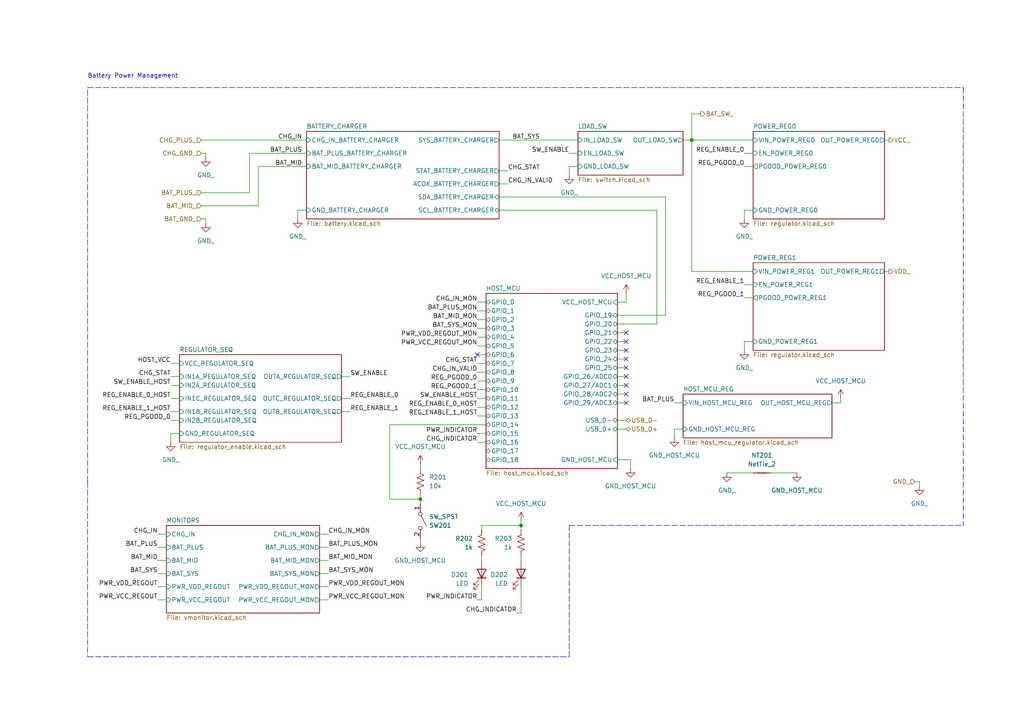
<source format=kicad_sch>
(kicad_sch
	(version 20250114)
	(generator "eeschema")
	(generator_version "9.0")
	(uuid "10f929d8-9747-42d9-918a-e7c87ccd950f")
	(paper "A4")
	(title_block
		(title "Power delivery Board")
		(date "2025-06-25")
		(rev "B")
		(comment 1 "the developed autonomous robot platform powered by LEGO Technic HUB and Rasberry Pi")
		(comment 2 "Design implemets a battery management system and power delivert for use with")
		(comment 3 "Distributed Open-source as: CC BY-SA 4.0")
	)
	(lib_symbols
		(symbol "Device:LED"
			(pin_numbers
				(hide yes)
			)
			(pin_names
				(offset 1.016)
				(hide yes)
			)
			(exclude_from_sim no)
			(in_bom yes)
			(on_board yes)
			(property "Reference" "D"
				(at 0 2.54 0)
				(effects
					(font
						(size 1.27 1.27)
					)
				)
			)
			(property "Value" "LED"
				(at 0 -2.54 0)
				(effects
					(font
						(size 1.27 1.27)
					)
				)
			)
			(property "Footprint" ""
				(at 0 0 0)
				(effects
					(font
						(size 1.27 1.27)
					)
					(hide yes)
				)
			)
			(property "Datasheet" "~"
				(at 0 0 0)
				(effects
					(font
						(size 1.27 1.27)
					)
					(hide yes)
				)
			)
			(property "Description" "Light emitting diode"
				(at 0 0 0)
				(effects
					(font
						(size 1.27 1.27)
					)
					(hide yes)
				)
			)
			(property "ki_keywords" "LED diode"
				(at 0 0 0)
				(effects
					(font
						(size 1.27 1.27)
					)
					(hide yes)
				)
			)
			(property "ki_fp_filters" "LED* LED_SMD:* LED_THT:*"
				(at 0 0 0)
				(effects
					(font
						(size 1.27 1.27)
					)
					(hide yes)
				)
			)
			(symbol "LED_0_1"
				(polyline
					(pts
						(xy -3.048 -0.762) (xy -4.572 -2.286) (xy -3.81 -2.286) (xy -4.572 -2.286) (xy -4.572 -1.524)
					)
					(stroke
						(width 0)
						(type default)
					)
					(fill
						(type none)
					)
				)
				(polyline
					(pts
						(xy -1.778 -0.762) (xy -3.302 -2.286) (xy -2.54 -2.286) (xy -3.302 -2.286) (xy -3.302 -1.524)
					)
					(stroke
						(width 0)
						(type default)
					)
					(fill
						(type none)
					)
				)
				(polyline
					(pts
						(xy -1.27 0) (xy 1.27 0)
					)
					(stroke
						(width 0)
						(type default)
					)
					(fill
						(type none)
					)
				)
				(polyline
					(pts
						(xy -1.27 -1.27) (xy -1.27 1.27)
					)
					(stroke
						(width 0.254)
						(type default)
					)
					(fill
						(type none)
					)
				)
				(polyline
					(pts
						(xy 1.27 -1.27) (xy 1.27 1.27) (xy -1.27 0) (xy 1.27 -1.27)
					)
					(stroke
						(width 0.254)
						(type default)
					)
					(fill
						(type none)
					)
				)
			)
			(symbol "LED_1_1"
				(pin passive line
					(at -3.81 0 0)
					(length 2.54)
					(name "K"
						(effects
							(font
								(size 1.27 1.27)
							)
						)
					)
					(number "1"
						(effects
							(font
								(size 1.27 1.27)
							)
						)
					)
				)
				(pin passive line
					(at 3.81 0 180)
					(length 2.54)
					(name "A"
						(effects
							(font
								(size 1.27 1.27)
							)
						)
					)
					(number "2"
						(effects
							(font
								(size 1.27 1.27)
							)
						)
					)
				)
			)
			(embedded_fonts no)
		)
		(symbol "Device:NetTie_2"
			(pin_numbers
				(hide yes)
			)
			(pin_names
				(offset 0)
				(hide yes)
			)
			(exclude_from_sim no)
			(in_bom no)
			(on_board yes)
			(property "Reference" "NT"
				(at 0 1.27 0)
				(effects
					(font
						(size 1.27 1.27)
					)
				)
			)
			(property "Value" "NetTie_2"
				(at 0 -1.27 0)
				(effects
					(font
						(size 1.27 1.27)
					)
				)
			)
			(property "Footprint" ""
				(at 0 0 0)
				(effects
					(font
						(size 1.27 1.27)
					)
					(hide yes)
				)
			)
			(property "Datasheet" "~"
				(at 0 0 0)
				(effects
					(font
						(size 1.27 1.27)
					)
					(hide yes)
				)
			)
			(property "Description" "Net tie, 2 pins"
				(at 0 0 0)
				(effects
					(font
						(size 1.27 1.27)
					)
					(hide yes)
				)
			)
			(property "ki_keywords" "net tie short"
				(at 0 0 0)
				(effects
					(font
						(size 1.27 1.27)
					)
					(hide yes)
				)
			)
			(property "ki_fp_filters" "Net*Tie*"
				(at 0 0 0)
				(effects
					(font
						(size 1.27 1.27)
					)
					(hide yes)
				)
			)
			(symbol "NetTie_2_0_1"
				(polyline
					(pts
						(xy -1.27 0) (xy 1.27 0)
					)
					(stroke
						(width 0.254)
						(type default)
					)
					(fill
						(type none)
					)
				)
			)
			(symbol "NetTie_2_1_1"
				(pin passive line
					(at -2.54 0 0)
					(length 2.54)
					(name "1"
						(effects
							(font
								(size 1.27 1.27)
							)
						)
					)
					(number "1"
						(effects
							(font
								(size 1.27 1.27)
							)
						)
					)
				)
				(pin passive line
					(at 2.54 0 180)
					(length 2.54)
					(name "2"
						(effects
							(font
								(size 1.27 1.27)
							)
						)
					)
					(number "2"
						(effects
							(font
								(size 1.27 1.27)
							)
						)
					)
				)
			)
			(embedded_fonts no)
		)
		(symbol "Device:R_US"
			(pin_numbers
				(hide yes)
			)
			(pin_names
				(offset 0)
			)
			(exclude_from_sim no)
			(in_bom yes)
			(on_board yes)
			(property "Reference" "R"
				(at 2.54 0 90)
				(effects
					(font
						(size 1.27 1.27)
					)
				)
			)
			(property "Value" "R_US"
				(at -2.54 0 90)
				(effects
					(font
						(size 1.27 1.27)
					)
				)
			)
			(property "Footprint" ""
				(at 1.016 -0.254 90)
				(effects
					(font
						(size 1.27 1.27)
					)
					(hide yes)
				)
			)
			(property "Datasheet" "~"
				(at 0 0 0)
				(effects
					(font
						(size 1.27 1.27)
					)
					(hide yes)
				)
			)
			(property "Description" "Resistor, US symbol"
				(at 0 0 0)
				(effects
					(font
						(size 1.27 1.27)
					)
					(hide yes)
				)
			)
			(property "ki_keywords" "R res resistor"
				(at 0 0 0)
				(effects
					(font
						(size 1.27 1.27)
					)
					(hide yes)
				)
			)
			(property "ki_fp_filters" "R_*"
				(at 0 0 0)
				(effects
					(font
						(size 1.27 1.27)
					)
					(hide yes)
				)
			)
			(symbol "R_US_0_1"
				(polyline
					(pts
						(xy 0 2.286) (xy 0 2.54)
					)
					(stroke
						(width 0)
						(type default)
					)
					(fill
						(type none)
					)
				)
				(polyline
					(pts
						(xy 0 2.286) (xy 1.016 1.905) (xy 0 1.524) (xy -1.016 1.143) (xy 0 0.762)
					)
					(stroke
						(width 0)
						(type default)
					)
					(fill
						(type none)
					)
				)
				(polyline
					(pts
						(xy 0 0.762) (xy 1.016 0.381) (xy 0 0) (xy -1.016 -0.381) (xy 0 -0.762)
					)
					(stroke
						(width 0)
						(type default)
					)
					(fill
						(type none)
					)
				)
				(polyline
					(pts
						(xy 0 -0.762) (xy 1.016 -1.143) (xy 0 -1.524) (xy -1.016 -1.905) (xy 0 -2.286)
					)
					(stroke
						(width 0)
						(type default)
					)
					(fill
						(type none)
					)
				)
				(polyline
					(pts
						(xy 0 -2.286) (xy 0 -2.54)
					)
					(stroke
						(width 0)
						(type default)
					)
					(fill
						(type none)
					)
				)
			)
			(symbol "R_US_1_1"
				(pin passive line
					(at 0 3.81 270)
					(length 1.27)
					(name "~"
						(effects
							(font
								(size 1.27 1.27)
							)
						)
					)
					(number "1"
						(effects
							(font
								(size 1.27 1.27)
							)
						)
					)
				)
				(pin passive line
					(at 0 -3.81 90)
					(length 1.27)
					(name "~"
						(effects
							(font
								(size 1.27 1.27)
							)
						)
					)
					(number "2"
						(effects
							(font
								(size 1.27 1.27)
							)
						)
					)
				)
			)
			(embedded_fonts no)
		)
		(symbol "Switch:SW_SPST"
			(pin_names
				(offset 0)
				(hide yes)
			)
			(exclude_from_sim no)
			(in_bom yes)
			(on_board yes)
			(property "Reference" "SW"
				(at 0 3.175 0)
				(effects
					(font
						(size 1.27 1.27)
					)
				)
			)
			(property "Value" "SW_SPST"
				(at 0 -2.54 0)
				(effects
					(font
						(size 1.27 1.27)
					)
				)
			)
			(property "Footprint" ""
				(at 0 0 0)
				(effects
					(font
						(size 1.27 1.27)
					)
					(hide yes)
				)
			)
			(property "Datasheet" "~"
				(at 0 0 0)
				(effects
					(font
						(size 1.27 1.27)
					)
					(hide yes)
				)
			)
			(property "Description" "Single Pole Single Throw (SPST) switch"
				(at 0 0 0)
				(effects
					(font
						(size 1.27 1.27)
					)
					(hide yes)
				)
			)
			(property "ki_keywords" "switch lever"
				(at 0 0 0)
				(effects
					(font
						(size 1.27 1.27)
					)
					(hide yes)
				)
			)
			(symbol "SW_SPST_0_0"
				(circle
					(center -2.032 0)
					(radius 0.508)
					(stroke
						(width 0)
						(type default)
					)
					(fill
						(type none)
					)
				)
				(polyline
					(pts
						(xy -1.524 0.254) (xy 1.524 1.778)
					)
					(stroke
						(width 0)
						(type default)
					)
					(fill
						(type none)
					)
				)
				(circle
					(center 2.032 0)
					(radius 0.508)
					(stroke
						(width 0)
						(type default)
					)
					(fill
						(type none)
					)
				)
			)
			(symbol "SW_SPST_1_1"
				(pin passive line
					(at -5.08 0 0)
					(length 2.54)
					(name "A"
						(effects
							(font
								(size 1.27 1.27)
							)
						)
					)
					(number "1"
						(effects
							(font
								(size 1.27 1.27)
							)
						)
					)
				)
				(pin passive line
					(at 5.08 0 180)
					(length 2.54)
					(name "B"
						(effects
							(font
								(size 1.27 1.27)
							)
						)
					)
					(number "2"
						(effects
							(font
								(size 1.27 1.27)
							)
						)
					)
				)
			)
			(embedded_fonts no)
		)
		(symbol "power:+3.3V"
			(power)
			(pin_names
				(offset 0)
			)
			(exclude_from_sim no)
			(in_bom yes)
			(on_board yes)
			(property "Reference" "#PWR"
				(at 0 -3.81 0)
				(effects
					(font
						(size 1.27 1.27)
					)
					(hide yes)
				)
			)
			(property "Value" "+3.3V"
				(at 0 3.556 0)
				(effects
					(font
						(size 1.27 1.27)
					)
				)
			)
			(property "Footprint" ""
				(at 0 0 0)
				(effects
					(font
						(size 1.27 1.27)
					)
					(hide yes)
				)
			)
			(property "Datasheet" ""
				(at 0 0 0)
				(effects
					(font
						(size 1.27 1.27)
					)
					(hide yes)
				)
			)
			(property "Description" "Power symbol creates a global label with name \"+3.3V\""
				(at 0 0 0)
				(effects
					(font
						(size 1.27 1.27)
					)
					(hide yes)
				)
			)
			(property "ki_keywords" "power-flag"
				(at 0 0 0)
				(effects
					(font
						(size 1.27 1.27)
					)
					(hide yes)
				)
			)
			(symbol "+3.3V_0_1"
				(polyline
					(pts
						(xy -0.762 1.27) (xy 0 2.54)
					)
					(stroke
						(width 0)
						(type default)
					)
					(fill
						(type none)
					)
				)
				(polyline
					(pts
						(xy 0 2.54) (xy 0.762 1.27)
					)
					(stroke
						(width 0)
						(type default)
					)
					(fill
						(type none)
					)
				)
				(polyline
					(pts
						(xy 0 0) (xy 0 2.54)
					)
					(stroke
						(width 0)
						(type default)
					)
					(fill
						(type none)
					)
				)
			)
			(symbol "+3.3V_1_1"
				(pin power_in line
					(at 0 0 90)
					(length 0)
					(hide yes)
					(name "+3V3"
						(effects
							(font
								(size 1.27 1.27)
							)
						)
					)
					(number "1"
						(effects
							(font
								(size 1.27 1.27)
							)
						)
					)
				)
			)
			(embedded_fonts no)
		)
		(symbol "power:GND"
			(power)
			(pin_names
				(offset 0)
			)
			(exclude_from_sim no)
			(in_bom yes)
			(on_board yes)
			(property "Reference" "#PWR"
				(at 0 -6.35 0)
				(effects
					(font
						(size 1.27 1.27)
					)
					(hide yes)
				)
			)
			(property "Value" "GND"
				(at 0 -3.81 0)
				(effects
					(font
						(size 1.27 1.27)
					)
				)
			)
			(property "Footprint" ""
				(at 0 0 0)
				(effects
					(font
						(size 1.27 1.27)
					)
					(hide yes)
				)
			)
			(property "Datasheet" ""
				(at 0 0 0)
				(effects
					(font
						(size 1.27 1.27)
					)
					(hide yes)
				)
			)
			(property "Description" "Power symbol creates a global label with name \"GND\" , ground"
				(at 0 0 0)
				(effects
					(font
						(size 1.27 1.27)
					)
					(hide yes)
				)
			)
			(property "ki_keywords" "power-flag"
				(at 0 0 0)
				(effects
					(font
						(size 1.27 1.27)
					)
					(hide yes)
				)
			)
			(symbol "GND_0_1"
				(polyline
					(pts
						(xy 0 0) (xy 0 -1.27) (xy 1.27 -1.27) (xy 0 -2.54) (xy -1.27 -1.27) (xy 0 -1.27)
					)
					(stroke
						(width 0)
						(type default)
					)
					(fill
						(type none)
					)
				)
			)
			(symbol "GND_1_1"
				(pin power_in line
					(at 0 0 270)
					(length 0)
					(hide yes)
					(name "GND"
						(effects
							(font
								(size 1.27 1.27)
							)
						)
					)
					(number "1"
						(effects
							(font
								(size 1.27 1.27)
							)
						)
					)
				)
			)
			(embedded_fonts no)
		)
	)
	(text "Battery Power Management"
		(exclude_from_sim no)
		(at 25.4 22.86 0)
		(effects
			(font
				(size 1.27 1.27)
			)
			(justify left bottom)
		)
		(uuid "861f76ce-161a-46aa-a255-bd2b33625a05")
	)
	(junction
		(at 151.13 152.4)
		(diameter 0)
		(color 0 0 0 0)
		(uuid "0a73265a-4fbb-4a5a-8dbc-a9335ac0a97d")
	)
	(junction
		(at 200.66 40.64)
		(diameter 0)
		(color 0 0 0 0)
		(uuid "d7987813-a7ee-4c69-9f18-fc7186bb3566")
	)
	(junction
		(at 121.92 144.78)
		(diameter 0)
		(color 0 0 0 0)
		(uuid "ea3e75b6-c725-4768-a37a-60a8697c9097")
	)
	(no_connect
		(at 181.61 96.52)
		(uuid "17a93825-c891-446c-af7b-401a9517757f")
	)
	(no_connect
		(at 181.61 114.3)
		(uuid "1d04b154-6570-4463-aba2-847ad3b12f35")
	)
	(no_connect
		(at 181.61 116.84)
		(uuid "32a4fa2d-ecee-4a80-8974-fcd676e282eb")
	)
	(no_connect
		(at 181.61 99.06)
		(uuid "385416cb-15e9-474f-babf-226c5ceb14d8")
	)
	(no_connect
		(at 181.61 111.76)
		(uuid "6a6b41ff-48bc-4c43-9f0d-49c099fed697")
	)
	(no_connect
		(at 181.61 106.68)
		(uuid "93c7f708-ab31-41d1-a6c8-e136b4a96ca0")
	)
	(no_connect
		(at 138.43 102.87)
		(uuid "93ed66dc-dee9-4960-9f10-d96516f53f3a")
	)
	(no_connect
		(at 181.61 101.6)
		(uuid "aded736b-6b47-4c1e-850f-0c12bd14c3b0")
	)
	(no_connect
		(at 181.61 104.14)
		(uuid "d7bd6c91-34ff-488c-ac88-8a2b2c5a76f7")
	)
	(no_connect
		(at 181.61 109.22)
		(uuid "e935169d-28b8-49f7-89d6-ea1c81fdcb69")
	)
	(wire
		(pts
			(xy 140.97 120.65) (xy 138.43 120.65)
		)
		(stroke
			(width 0)
			(type default)
		)
		(uuid "016adb63-04ff-463d-b763-615ae0007124")
	)
	(wire
		(pts
			(xy 200.66 40.64) (xy 200.66 78.74)
		)
		(stroke
			(width 0)
			(type default)
		)
		(uuid "0bffddbd-3eee-44cc-9908-6a5a64d11227")
	)
	(wire
		(pts
			(xy 165.1 48.26) (xy 165.1 50.8)
		)
		(stroke
			(width 0)
			(type default)
		)
		(uuid "0c0860f1-a129-4cff-8444-b0fbb56a299c")
	)
	(wire
		(pts
			(xy 72.39 55.88) (xy 72.39 44.45)
		)
		(stroke
			(width 0)
			(type default)
		)
		(uuid "0cc2bf07-0c7f-4716-87e7-ec98bc663012")
	)
	(wire
		(pts
			(xy 151.13 152.4) (xy 151.13 153.67)
		)
		(stroke
			(width 0)
			(type default)
		)
		(uuid "0dff8202-90a0-4288-8456-ecfc11e750e2")
	)
	(wire
		(pts
			(xy 140.97 118.11) (xy 138.43 118.11)
		)
		(stroke
			(width 0)
			(type default)
		)
		(uuid "11ec4d66-74f6-46d4-9950-4fbc6ff2c682")
	)
	(wire
		(pts
			(xy 59.69 44.45) (xy 58.42 44.45)
		)
		(stroke
			(width 0)
			(type default)
		)
		(uuid "11fd5439-5dbd-4162-b612-147a885d2f98")
	)
	(wire
		(pts
			(xy 215.9 44.45) (xy 218.44 44.45)
		)
		(stroke
			(width 0)
			(type default)
		)
		(uuid "122f49d4-beec-492d-b781-1d981e6d6c8c")
	)
	(polyline
		(pts
			(xy 25.4 25.4) (xy 279.4 25.4)
		)
		(stroke
			(width 0)
			(type dash)
		)
		(uuid "127d0b27-1015-4107-b51c-17311fd6485e")
	)
	(wire
		(pts
			(xy 140.97 107.95) (xy 138.43 107.95)
		)
		(stroke
			(width 0)
			(type default)
		)
		(uuid "168b4831-31e8-4485-ae9c-a0ee946caaab")
	)
	(wire
		(pts
			(xy 99.06 109.22) (xy 101.6 109.22)
		)
		(stroke
			(width 0)
			(type default)
		)
		(uuid "1759d274-b4e8-4977-9930-6c8ed9c11100")
	)
	(wire
		(pts
			(xy 113.03 123.19) (xy 113.03 144.78)
		)
		(stroke
			(width 0)
			(type default)
		)
		(uuid "18c0147a-5be8-4b03-b698-b4c50554adad")
	)
	(wire
		(pts
			(xy 139.7 161.29) (xy 139.7 162.56)
		)
		(stroke
			(width 0)
			(type default)
		)
		(uuid "1ea18b9a-7faa-4fca-8815-815f5992bd62")
	)
	(wire
		(pts
			(xy 113.03 144.78) (xy 121.92 144.78)
		)
		(stroke
			(width 0)
			(type default)
		)
		(uuid "1ea55526-ffde-40bc-9628-3196837673b6")
	)
	(wire
		(pts
			(xy 241.3 116.84) (xy 243.84 116.84)
		)
		(stroke
			(width 0)
			(type default)
		)
		(uuid "1eb186a9-ff23-4503-8efb-f71a2b1980ce")
	)
	(wire
		(pts
			(xy 195.58 124.46) (xy 198.12 124.46)
		)
		(stroke
			(width 0)
			(type default)
		)
		(uuid "1f2699fd-f360-4c3d-8c87-57b80b81c429")
	)
	(wire
		(pts
			(xy 88.9 48.26) (xy 74.93 48.26)
		)
		(stroke
			(width 0)
			(type default)
		)
		(uuid "240f9217-812c-4e43-b873-da4b159c17a7")
	)
	(wire
		(pts
			(xy 45.72 158.75) (xy 48.26 158.75)
		)
		(stroke
			(width 0)
			(type default)
		)
		(uuid "27a8dbdf-9dba-4b59-967a-d780184e250d")
	)
	(wire
		(pts
			(xy 140.97 92.71) (xy 138.43 92.71)
		)
		(stroke
			(width 0)
			(type default)
		)
		(uuid "286c7461-4273-41d7-ae3a-61e0ad991b0b")
	)
	(wire
		(pts
			(xy 140.97 123.19) (xy 113.03 123.19)
		)
		(stroke
			(width 0)
			(type default)
		)
		(uuid "2964401d-1a47-49c1-a57c-8f13807be9dc")
	)
	(wire
		(pts
			(xy 179.07 121.92) (xy 181.61 121.92)
		)
		(stroke
			(width 0)
			(type default)
		)
		(uuid "31042439-83a6-4ac4-939a-473975215283")
	)
	(wire
		(pts
			(xy 86.36 60.96) (xy 88.9 60.96)
		)
		(stroke
			(width 0)
			(type default)
		)
		(uuid "356c11f6-f621-4642-bf1a-5390b128c9e2")
	)
	(wire
		(pts
			(xy 151.13 152.4) (xy 139.7 152.4)
		)
		(stroke
			(width 0)
			(type default)
		)
		(uuid "36d13b54-1bb3-46b4-9539-fb234f1d35f6")
	)
	(wire
		(pts
			(xy 121.92 143.51) (xy 121.92 144.78)
		)
		(stroke
			(width 0)
			(type default)
		)
		(uuid "36f6ff80-d755-46e0-848b-035663b03219")
	)
	(wire
		(pts
			(xy 140.97 95.25) (xy 138.43 95.25)
		)
		(stroke
			(width 0)
			(type default)
		)
		(uuid "38ed3797-8cda-4de5-b933-6def943c0a7f")
	)
	(wire
		(pts
			(xy 179.07 124.46) (xy 181.61 124.46)
		)
		(stroke
			(width 0)
			(type default)
		)
		(uuid "3a558477-008b-417a-b785-cfd1ab9a3b48")
	)
	(wire
		(pts
			(xy 92.71 170.18) (xy 95.25 170.18)
		)
		(stroke
			(width 0)
			(type default)
		)
		(uuid "3d530d06-cafd-4251-b239-c3026de8b4c1")
	)
	(wire
		(pts
			(xy 165.1 44.45) (xy 167.64 44.45)
		)
		(stroke
			(width 0)
			(type default)
		)
		(uuid "3e73fce9-55c4-4035-a30b-b55cc9f510b9")
	)
	(wire
		(pts
			(xy 49.53 111.76) (xy 52.07 111.76)
		)
		(stroke
			(width 0)
			(type default)
		)
		(uuid "3f210081-c102-4c44-b443-8b8cbf4e4c11")
	)
	(wire
		(pts
			(xy 121.92 144.78) (xy 121.92 146.05)
		)
		(stroke
			(width 0)
			(type default)
		)
		(uuid "3f3589f1-193e-42b1-927e-d26917c17c8b")
	)
	(polyline
		(pts
			(xy 25.4 139.7) (xy 25.4 25.4)
		)
		(stroke
			(width 0)
			(type dash)
		)
		(uuid "42c52122-dde7-48d0-9ef3-2d00ae9119e8")
	)
	(wire
		(pts
			(xy 179.07 101.6) (xy 181.61 101.6)
		)
		(stroke
			(width 0)
			(type default)
		)
		(uuid "446e42db-a53e-4579-8908-9359efd549ec")
	)
	(polyline
		(pts
			(xy 165.1 152.4) (xy 279.4 152.4)
		)
		(stroke
			(width 0)
			(type dash)
		)
		(uuid "45e9c8a9-15dd-4af9-b681-7d6efbc91e45")
	)
	(wire
		(pts
			(xy 45.72 170.18) (xy 48.26 170.18)
		)
		(stroke
			(width 0)
			(type default)
		)
		(uuid "4696c005-13e2-4858-8245-30da97735b43")
	)
	(wire
		(pts
			(xy 195.58 116.84) (xy 198.12 116.84)
		)
		(stroke
			(width 0)
			(type default)
		)
		(uuid "4cd0c6e9-6078-48ef-9f44-38d999cd831e")
	)
	(wire
		(pts
			(xy 139.7 173.99) (xy 138.43 173.99)
		)
		(stroke
			(width 0)
			(type default)
		)
		(uuid "51ece8a9-de92-417d-b66b-55f75e92253a")
	)
	(wire
		(pts
			(xy 144.78 40.64) (xy 167.64 40.64)
		)
		(stroke
			(width 0)
			(type default)
		)
		(uuid "5490098b-1c9b-4276-9e16-24126578d832")
	)
	(wire
		(pts
			(xy 179.07 116.84) (xy 181.61 116.84)
		)
		(stroke
			(width 0)
			(type default)
		)
		(uuid "56956faf-2e25-4e0a-a787-fcefe73d06a7")
	)
	(wire
		(pts
			(xy 179.07 104.14) (xy 181.61 104.14)
		)
		(stroke
			(width 0)
			(type default)
		)
		(uuid "5e265d00-d6b2-4129-a5f4-d09ec4502cbf")
	)
	(wire
		(pts
			(xy 179.07 111.76) (xy 181.61 111.76)
		)
		(stroke
			(width 0)
			(type default)
		)
		(uuid "5e3b6e35-ab1a-4021-b694-9655f501daab")
	)
	(wire
		(pts
			(xy 121.92 134.62) (xy 121.92 135.89)
		)
		(stroke
			(width 0)
			(type default)
		)
		(uuid "5fdde77c-6385-4764-83c1-acc1be63fc57")
	)
	(wire
		(pts
			(xy 74.93 48.26) (xy 74.93 59.69)
		)
		(stroke
			(width 0)
			(type default)
		)
		(uuid "60a010e1-0e49-44ef-8a81-36e5d2d4ef0a")
	)
	(wire
		(pts
			(xy 49.53 125.73) (xy 52.07 125.73)
		)
		(stroke
			(width 0)
			(type default)
		)
		(uuid "663beea8-5f43-438c-8324-642ef73badf8")
	)
	(wire
		(pts
			(xy 59.69 45.72) (xy 59.69 44.45)
		)
		(stroke
			(width 0)
			(type default)
		)
		(uuid "66db6943-ec6d-441d-83b9-97c3c9d2382d")
	)
	(wire
		(pts
			(xy 140.97 105.41) (xy 138.43 105.41)
		)
		(stroke
			(width 0)
			(type default)
		)
		(uuid "6a264001-e5a3-4848-8d24-0fca7df98823")
	)
	(wire
		(pts
			(xy 49.53 109.22) (xy 52.07 109.22)
		)
		(stroke
			(width 0)
			(type default)
		)
		(uuid "6b157f2d-5959-45dc-ae29-f90cf3a8a3ee")
	)
	(wire
		(pts
			(xy 256.54 78.74) (xy 257.81 78.74)
		)
		(stroke
			(width 0)
			(type default)
		)
		(uuid "6cc0d04c-9d65-4480-92ad-ef837c1211d3")
	)
	(wire
		(pts
			(xy 200.66 78.74) (xy 218.44 78.74)
		)
		(stroke
			(width 0)
			(type default)
		)
		(uuid "709bea9b-ccec-4783-8ded-7fc48e316520")
	)
	(wire
		(pts
			(xy 99.06 115.57) (xy 101.6 115.57)
		)
		(stroke
			(width 0)
			(type default)
		)
		(uuid "731a7cb1-d874-4854-a27e-6c6877f0a799")
	)
	(wire
		(pts
			(xy 193.04 91.44) (xy 193.04 57.15)
		)
		(stroke
			(width 0)
			(type default)
		)
		(uuid "740d933a-4d08-4df2-b9b5-b16acda968b9")
	)
	(wire
		(pts
			(xy 144.78 57.15) (xy 193.04 57.15)
		)
		(stroke
			(width 0)
			(type default)
		)
		(uuid "753f0a13-7669-478d-8f86-06579a8fa470")
	)
	(wire
		(pts
			(xy 140.97 100.33) (xy 138.43 100.33)
		)
		(stroke
			(width 0)
			(type default)
		)
		(uuid "76599ac4-5acd-40fb-9abd-fe5a90d90c6f")
	)
	(wire
		(pts
			(xy 203.2 33.02) (xy 200.66 33.02)
		)
		(stroke
			(width 0)
			(type default)
		)
		(uuid "77ffd2c0-9077-448d-81be-eb0620a01663")
	)
	(wire
		(pts
			(xy 182.88 133.35) (xy 179.07 133.35)
		)
		(stroke
			(width 0)
			(type default)
		)
		(uuid "78467553-382b-4ea0-9be4-52a933d811e7")
	)
	(polyline
		(pts
			(xy 25.4 190.5) (xy 165.1 190.5)
		)
		(stroke
			(width 0)
			(type dash)
		)
		(uuid "7c703d4d-58ef-4ed2-bf33-11a103209574")
	)
	(wire
		(pts
			(xy 195.58 127) (xy 195.58 124.46)
		)
		(stroke
			(width 0)
			(type default)
		)
		(uuid "7ccacd27-0a23-4020-8565-44b98db14005")
	)
	(wire
		(pts
			(xy 144.78 49.53) (xy 147.32 49.53)
		)
		(stroke
			(width 0)
			(type default)
		)
		(uuid "7d3b9436-2ded-4550-b4f2-06020601d88b")
	)
	(wire
		(pts
			(xy 215.9 60.96) (xy 215.9 63.5)
		)
		(stroke
			(width 0)
			(type default)
		)
		(uuid "7d505d22-f291-423b-81af-fc164ec294c3")
	)
	(wire
		(pts
			(xy 144.78 53.34) (xy 147.32 53.34)
		)
		(stroke
			(width 0)
			(type default)
		)
		(uuid "850ce8ee-a053-47e2-a022-30f38eeffc85")
	)
	(wire
		(pts
			(xy 151.13 161.29) (xy 151.13 162.56)
		)
		(stroke
			(width 0)
			(type default)
		)
		(uuid "8658f9ac-e777-42f2-94e4-f4d0f7f37a41")
	)
	(wire
		(pts
			(xy 140.97 110.49) (xy 138.43 110.49)
		)
		(stroke
			(width 0)
			(type default)
		)
		(uuid "86d6ebcd-b2a7-46f4-92f0-a4d94d253e27")
	)
	(wire
		(pts
			(xy 198.12 40.64) (xy 200.66 40.64)
		)
		(stroke
			(width 0)
			(type default)
		)
		(uuid "88f904e1-a760-4ba4-afa3-5efdc651fb48")
	)
	(wire
		(pts
			(xy 121.92 156.21) (xy 121.92 157.48)
		)
		(stroke
			(width 0)
			(type default)
		)
		(uuid "894fb40d-d23b-4b48-9a77-5c94a274330a")
	)
	(wire
		(pts
			(xy 45.72 173.99) (xy 48.26 173.99)
		)
		(stroke
			(width 0)
			(type default)
		)
		(uuid "8b2d9de7-ede3-43d9-9ac5-4ac42cb88290")
	)
	(wire
		(pts
			(xy 49.53 105.41) (xy 52.07 105.41)
		)
		(stroke
			(width 0)
			(type default)
		)
		(uuid "8b2f05e1-db36-4bc4-a943-ae97d7caf23a")
	)
	(wire
		(pts
			(xy 218.44 60.96) (xy 215.9 60.96)
		)
		(stroke
			(width 0)
			(type default)
		)
		(uuid "8b3d8a00-6c0b-4bd3-a900-255089d4ca21")
	)
	(wire
		(pts
			(xy 92.71 162.56) (xy 95.25 162.56)
		)
		(stroke
			(width 0)
			(type default)
		)
		(uuid "8f339fc2-3deb-4f5f-98f7-aa7ab03a6dd2")
	)
	(wire
		(pts
			(xy 179.07 91.44) (xy 193.04 91.44)
		)
		(stroke
			(width 0)
			(type default)
		)
		(uuid "90cba496-4c8c-4aa3-9939-25e3de69e4e6")
	)
	(wire
		(pts
			(xy 215.9 99.06) (xy 215.9 101.6)
		)
		(stroke
			(width 0)
			(type default)
		)
		(uuid "9371f8d3-b5f8-475a-a33c-33d50f3be34a")
	)
	(polyline
		(pts
			(xy 279.4 25.4) (xy 279.4 152.4)
		)
		(stroke
			(width 0)
			(type dash)
		)
		(uuid "93b20f23-5fa8-47be-ab7e-4cf9dfcaeda5")
	)
	(wire
		(pts
			(xy 140.97 125.73) (xy 138.43 125.73)
		)
		(stroke
			(width 0)
			(type default)
		)
		(uuid "95b9b45e-78c4-464b-b303-549cb95548db")
	)
	(wire
		(pts
			(xy 140.97 90.17) (xy 138.43 90.17)
		)
		(stroke
			(width 0)
			(type default)
		)
		(uuid "9bb36d77-053a-4c17-9496-87ac77d05350")
	)
	(wire
		(pts
			(xy 266.7 140.97) (xy 266.7 139.7)
		)
		(stroke
			(width 0)
			(type default)
		)
		(uuid "9eabc36b-1145-49e2-8a43-fe0e142d419d")
	)
	(wire
		(pts
			(xy 140.97 113.03) (xy 138.43 113.03)
		)
		(stroke
			(width 0)
			(type default)
		)
		(uuid "9ed9d20a-cf93-4913-8093-a6ef74e37397")
	)
	(wire
		(pts
			(xy 190.5 93.98) (xy 179.07 93.98)
		)
		(stroke
			(width 0)
			(type default)
		)
		(uuid "9f7e6c87-8152-4738-b9d6-9feb31bbfeca")
	)
	(wire
		(pts
			(xy 86.36 63.5) (xy 86.36 60.96)
		)
		(stroke
			(width 0)
			(type default)
		)
		(uuid "a01390d0-753b-4377-a034-0a17401491db")
	)
	(wire
		(pts
			(xy 266.7 139.7) (xy 265.43 139.7)
		)
		(stroke
			(width 0)
			(type default)
		)
		(uuid "a193d53d-6772-469f-b85d-fd439f34b68d")
	)
	(wire
		(pts
			(xy 218.44 82.55) (xy 215.9 82.55)
		)
		(stroke
			(width 0)
			(type default)
		)
		(uuid "a2f12fe0-84c1-4272-ba2d-bbf7a1a79716")
	)
	(wire
		(pts
			(xy 257.81 40.64) (xy 256.54 40.64)
		)
		(stroke
			(width 0)
			(type default)
		)
		(uuid "a37e1488-f3d6-451d-b8dd-b5bf9de7ed2b")
	)
	(wire
		(pts
			(xy 45.72 166.37) (xy 48.26 166.37)
		)
		(stroke
			(width 0)
			(type default)
		)
		(uuid "a42bb9c2-a5fa-42ae-b331-f9e5e8645f6a")
	)
	(wire
		(pts
			(xy 151.13 177.8) (xy 149.86 177.8)
		)
		(stroke
			(width 0)
			(type default)
		)
		(uuid "a4b89b07-4f19-4d86-94df-bc5c48215505")
	)
	(wire
		(pts
			(xy 179.07 114.3) (xy 181.61 114.3)
		)
		(stroke
			(width 0)
			(type default)
		)
		(uuid "a4ddf3c4-f759-401e-aaaf-2ddaf5c9c033")
	)
	(wire
		(pts
			(xy 151.13 151.13) (xy 151.13 152.4)
		)
		(stroke
			(width 0)
			(type default)
		)
		(uuid "a97e5040-758b-455c-bfa0-393be7692430")
	)
	(wire
		(pts
			(xy 200.66 40.64) (xy 218.44 40.64)
		)
		(stroke
			(width 0)
			(type default)
		)
		(uuid "a98460e4-7dea-453a-88bb-a9aa5dd825d6")
	)
	(wire
		(pts
			(xy 210.82 137.16) (xy 218.44 137.16)
		)
		(stroke
			(width 0)
			(type default)
		)
		(uuid "a9aa3990-b356-4877-8244-a2144c3cc696")
	)
	(wire
		(pts
			(xy 179.07 109.22) (xy 181.61 109.22)
		)
		(stroke
			(width 0)
			(type default)
		)
		(uuid "aae59a35-b681-4ac8-86a4-fcfe6807b8cf")
	)
	(wire
		(pts
			(xy 215.9 48.26) (xy 218.44 48.26)
		)
		(stroke
			(width 0)
			(type default)
		)
		(uuid "ae2fb0db-450d-475b-928a-97ca6553a10c")
	)
	(wire
		(pts
			(xy 45.72 162.56) (xy 48.26 162.56)
		)
		(stroke
			(width 0)
			(type default)
		)
		(uuid "aea5a73b-ae3c-47ad-bc0b-b639c1882f73")
	)
	(wire
		(pts
			(xy 92.71 166.37) (xy 95.25 166.37)
		)
		(stroke
			(width 0)
			(type default)
		)
		(uuid "af8217f5-c651-4c52-8d1a-45760f1c01d2")
	)
	(polyline
		(pts
			(xy 165.1 190.5) (xy 165.1 152.4)
		)
		(stroke
			(width 0)
			(type dash)
		)
		(uuid "b0afcb5b-2302-46e9-87e5-b31f158590de")
	)
	(wire
		(pts
			(xy 140.97 97.79) (xy 138.43 97.79)
		)
		(stroke
			(width 0)
			(type default)
		)
		(uuid "b5492dfd-1573-4fcc-9d81-642907022c7c")
	)
	(wire
		(pts
			(xy 144.78 60.96) (xy 190.5 60.96)
		)
		(stroke
			(width 0)
			(type default)
		)
		(uuid "b759d96b-b352-416d-a262-c035c097a0c1")
	)
	(wire
		(pts
			(xy 200.66 33.02) (xy 200.66 40.64)
		)
		(stroke
			(width 0)
			(type default)
		)
		(uuid "bc47e31f-5cd1-417e-8486-3cfb1e4e2316")
	)
	(wire
		(pts
			(xy 179.07 106.68) (xy 181.61 106.68)
		)
		(stroke
			(width 0)
			(type default)
		)
		(uuid "bc5ca76c-80dd-4262-98e0-5cf62b0c66ad")
	)
	(wire
		(pts
			(xy 49.53 121.92) (xy 52.07 121.92)
		)
		(stroke
			(width 0)
			(type default)
		)
		(uuid "bc6836a3-97da-42fd-ab13-11062d83a90c")
	)
	(wire
		(pts
			(xy 218.44 86.36) (xy 215.9 86.36)
		)
		(stroke
			(width 0)
			(type default)
		)
		(uuid "bcc2e4b5-64cb-4d84-b94a-d27d90778007")
	)
	(wire
		(pts
			(xy 215.9 99.06) (xy 218.44 99.06)
		)
		(stroke
			(width 0)
			(type default)
		)
		(uuid "be0fce26-df90-4238-ae25-298e4439f96f")
	)
	(wire
		(pts
			(xy 92.71 154.94) (xy 95.25 154.94)
		)
		(stroke
			(width 0)
			(type default)
		)
		(uuid "c03aba10-b4ad-429f-abfd-5e4fa9fc7055")
	)
	(wire
		(pts
			(xy 181.61 87.63) (xy 179.07 87.63)
		)
		(stroke
			(width 0)
			(type default)
		)
		(uuid "c09dc9ce-3290-4b82-97b3-f79844037681")
	)
	(wire
		(pts
			(xy 99.06 119.38) (xy 101.6 119.38)
		)
		(stroke
			(width 0)
			(type default)
		)
		(uuid "c26c1387-b09a-487b-a38f-2caec8c25636")
	)
	(wire
		(pts
			(xy 179.07 96.52) (xy 181.61 96.52)
		)
		(stroke
			(width 0)
			(type default)
		)
		(uuid "c2baeab7-e405-429e-a0a4-799a8cbc1add")
	)
	(polyline
		(pts
			(xy 25.4 139.7) (xy 25.4 190.5)
		)
		(stroke
			(width 0)
			(type dash)
		)
		(uuid "c6dfdbcd-fcaa-4b8d-a793-e2935d33c0da")
	)
	(wire
		(pts
			(xy 190.5 60.96) (xy 190.5 93.98)
		)
		(stroke
			(width 0)
			(type default)
		)
		(uuid "c7abd163-54a6-46de-9379-97fa1507aace")
	)
	(wire
		(pts
			(xy 58.42 63.5) (xy 59.69 63.5)
		)
		(stroke
			(width 0)
			(type default)
		)
		(uuid "c7f1e087-1267-4038-b9e0-0d766ccf9ee1")
	)
	(wire
		(pts
			(xy 74.93 59.69) (xy 58.42 59.69)
		)
		(stroke
			(width 0)
			(type default)
		)
		(uuid "cba60194-2e29-43c8-b714-5418a4151989")
	)
	(wire
		(pts
			(xy 92.71 158.75) (xy 95.25 158.75)
		)
		(stroke
			(width 0)
			(type default)
		)
		(uuid "cda08714-096d-4721-9f3d-5efc09b3f777")
	)
	(wire
		(pts
			(xy 72.39 44.45) (xy 88.9 44.45)
		)
		(stroke
			(width 0)
			(type default)
		)
		(uuid "cf893572-4972-4258-abb8-e37f153ba9bd")
	)
	(wire
		(pts
			(xy 179.07 99.06) (xy 181.61 99.06)
		)
		(stroke
			(width 0)
			(type default)
		)
		(uuid "cf89e531-dc21-42b1-8c89-33cc4387dfdd")
	)
	(wire
		(pts
			(xy 167.64 48.26) (xy 165.1 48.26)
		)
		(stroke
			(width 0)
			(type default)
		)
		(uuid "cf9a6004-c7a6-44de-90b4-90d558c271c5")
	)
	(wire
		(pts
			(xy 92.71 173.99) (xy 95.25 173.99)
		)
		(stroke
			(width 0)
			(type default)
		)
		(uuid "d3487a91-1657-4af4-a6b0-36b740596ecf")
	)
	(wire
		(pts
			(xy 59.69 63.5) (xy 59.69 64.77)
		)
		(stroke
			(width 0)
			(type default)
		)
		(uuid "d46fcc16-d715-459d-b1f6-8f1a81d982f7")
	)
	(wire
		(pts
			(xy 49.53 115.57) (xy 52.07 115.57)
		)
		(stroke
			(width 0)
			(type default)
		)
		(uuid "d479e568-b067-452a-91e1-945e9ee23866")
	)
	(wire
		(pts
			(xy 231.14 137.16) (xy 223.52 137.16)
		)
		(stroke
			(width 0)
			(type default)
		)
		(uuid "d9e39907-1f4a-40e3-9f75-96e6a76a3c02")
	)
	(wire
		(pts
			(xy 88.9 40.64) (xy 58.42 40.64)
		)
		(stroke
			(width 0)
			(type default)
		)
		(uuid "da49ecdb-6ca8-4d3d-9be0-b8ca9faf005a")
	)
	(wire
		(pts
			(xy 45.72 154.94) (xy 48.26 154.94)
		)
		(stroke
			(width 0)
			(type default)
		)
		(uuid "dcd29221-31c6-448f-8f8c-074d2720efdc")
	)
	(wire
		(pts
			(xy 243.84 115.57) (xy 243.84 116.84)
		)
		(stroke
			(width 0)
			(type default)
		)
		(uuid "e0aef5f7-58c0-478c-983d-c9ec4df04054")
	)
	(wire
		(pts
			(xy 140.97 115.57) (xy 138.43 115.57)
		)
		(stroke
			(width 0)
			(type default)
		)
		(uuid "e19dd239-2002-4493-b18a-4c2ee82c322f")
	)
	(wire
		(pts
			(xy 151.13 170.18) (xy 151.13 177.8)
		)
		(stroke
			(width 0)
			(type default)
		)
		(uuid "e26af3ea-ef18-41a1-9a57-56434016ae46")
	)
	(wire
		(pts
			(xy 181.61 85.09) (xy 181.61 87.63)
		)
		(stroke
			(width 0)
			(type default)
		)
		(uuid "e555d6b5-4f25-4572-bb6e-84f461a6dc28")
	)
	(wire
		(pts
			(xy 58.42 55.88) (xy 72.39 55.88)
		)
		(stroke
			(width 0)
			(type default)
		)
		(uuid "e889d6fb-be6c-4ad3-b18a-aff4eb263bb1")
	)
	(wire
		(pts
			(xy 140.97 102.87) (xy 138.43 102.87)
		)
		(stroke
			(width 0)
			(type default)
		)
		(uuid "e962e3c6-8cb8-45aa-8211-2cd40cb4c4d7")
	)
	(wire
		(pts
			(xy 49.53 119.38) (xy 52.07 119.38)
		)
		(stroke
			(width 0)
			(type default)
		)
		(uuid "ea0701a1-6c6a-4457-97df-a09fa98f2804")
	)
	(wire
		(pts
			(xy 139.7 152.4) (xy 139.7 153.67)
		)
		(stroke
			(width 0)
			(type default)
		)
		(uuid "ea22b9b8-5198-4ea9-b3a3-a7db914a4341")
	)
	(wire
		(pts
			(xy 140.97 87.63) (xy 138.43 87.63)
		)
		(stroke
			(width 0)
			(type default)
		)
		(uuid "ea31c7f0-78ec-44a4-9bd7-4c145a6391af")
	)
	(wire
		(pts
			(xy 49.53 128.27) (xy 49.53 125.73)
		)
		(stroke
			(width 0)
			(type default)
		)
		(uuid "eb43e239-2d8a-4db8-b5ab-8f75c8447f92")
	)
	(wire
		(pts
			(xy 140.97 128.27) (xy 138.43 128.27)
		)
		(stroke
			(width 0)
			(type default)
		)
		(uuid "ed90407e-cfff-46a8-926f-1e97960febae")
	)
	(wire
		(pts
			(xy 182.88 135.89) (xy 182.88 133.35)
		)
		(stroke
			(width 0)
			(type default)
		)
		(uuid "f2a31beb-9792-4274-aae4-9ee8c907f5ff")
	)
	(wire
		(pts
			(xy 139.7 170.18) (xy 139.7 173.99)
		)
		(stroke
			(width 0)
			(type default)
		)
		(uuid "f9ea33b7-e0c5-4e69-bd48-791502ffa86b")
	)
	(label "BAT_SYS"
		(at 45.72 166.37 180)
		(effects
			(font
				(size 1.27 1.27)
			)
			(justify right bottom)
		)
		(uuid "02b67d44-db03-497e-85b7-1d72e0087f89")
	)
	(label "BAT_MID_MON"
		(at 138.43 92.71 180)
		(effects
			(font
				(size 1.27 1.27)
			)
			(justify right bottom)
		)
		(uuid "03a7ed65-9009-4d82-bb2d-3f382292c76f")
	)
	(label "REG_PGOOD_0"
		(at 138.43 110.49 180)
		(effects
			(font
				(size 1.27 1.27)
			)
			(justify right bottom)
		)
		(uuid "05396266-6538-47b3-9477-45c0f4f34ee3")
	)
	(label "BAT_SYS"
		(at 148.59 40.64 0)
		(effects
			(font
				(size 1.27 1.27)
			)
			(justify left bottom)
		)
		(uuid "26928589-1f82-496a-8cb4-28eb3ffa8d92")
	)
	(label "REG_ENABLE_1"
		(at 101.6 119.38 0)
		(effects
			(font
				(size 1.27 1.27)
			)
			(justify left bottom)
		)
		(uuid "28ba44db-4643-4be7-ae3f-0ce59aaa2587")
	)
	(label "REG_ENABLE_1_HOST"
		(at 49.53 119.38 180)
		(effects
			(font
				(size 1.27 1.27)
			)
			(justify right bottom)
		)
		(uuid "297f27a7-7727-48dc-8161-f5938c950b7c")
	)
	(label "REG_PGOOD_1"
		(at 215.9 86.36 180)
		(effects
			(font
				(size 1.27 1.27)
			)
			(justify right bottom)
		)
		(uuid "2d0b4f1b-5c7b-43a3-b753-b5627dd3edbc")
	)
	(label "CHG_STAT"
		(at 138.43 105.41 180)
		(effects
			(font
				(size 1.27 1.27)
			)
			(justify right bottom)
		)
		(uuid "2ea26741-0690-4387-ab18-568da26aa27e")
	)
	(label "CHG_IN_MON"
		(at 95.25 154.94 0)
		(effects
			(font
				(size 1.27 1.27)
			)
			(justify left bottom)
		)
		(uuid "35b69b04-4ee0-4a67-b0e1-0edff3654e89")
	)
	(label "REG_ENABLE_0"
		(at 215.9 44.45 180)
		(effects
			(font
				(size 1.27 1.27)
			)
			(justify right bottom)
		)
		(uuid "3b8ed6fe-0b32-4fc1-a178-614290632e74")
	)
	(label "BAT_PLUS_MON"
		(at 95.25 158.75 0)
		(effects
			(font
				(size 1.27 1.27)
			)
			(justify left bottom)
		)
		(uuid "40672e16-2909-4d2d-9e25-f4d46c4b6760")
	)
	(label "BAT_PLUS"
		(at 87.63 44.45 180)
		(effects
			(font
				(size 1.27 1.27)
			)
			(justify right bottom)
		)
		(uuid "458f0b80-5132-4572-9983-8d6655cc3953")
	)
	(label "BAT_SYS_MON"
		(at 95.25 166.37 0)
		(effects
			(font
				(size 1.27 1.27)
			)
			(justify left bottom)
		)
		(uuid "46a64c4d-3e20-4f30-86eb-c24f1448f28d")
	)
	(label "SW_ENABLE_HOST"
		(at 138.43 115.57 180)
		(effects
			(font
				(size 1.27 1.27)
			)
			(justify right bottom)
		)
		(uuid "525d8525-d27b-4c6c-abfb-1bba809ff983")
	)
	(label "BAT_MID_MON"
		(at 95.25 162.56 0)
		(effects
			(font
				(size 1.27 1.27)
			)
			(justify left bottom)
		)
		(uuid "52bba6fd-8acc-4644-a278-57717f9d079e")
	)
	(label "SW_ENABLE"
		(at 101.6 109.22 0)
		(effects
			(font
				(size 1.27 1.27)
			)
			(justify left bottom)
		)
		(uuid "52eb13a5-4d8a-4dcc-a6b8-ee7da94a0ad4")
	)
	(label "CHG_STAT"
		(at 49.53 109.22 180)
		(effects
			(font
				(size 1.27 1.27)
			)
			(justify right bottom)
		)
		(uuid "5ac47195-086b-4810-95ff-0f3eba192aa8")
	)
	(label "REG_ENABLE_0_HOST"
		(at 49.53 115.57 180)
		(effects
			(font
				(size 1.27 1.27)
			)
			(justify right bottom)
		)
		(uuid "5f33fd4f-2719-4be4-a7c3-02c0fb27ae42")
	)
	(label "BAT_PLUS"
		(at 45.72 158.75 180)
		(effects
			(font
				(size 1.27 1.27)
			)
			(justify right bottom)
		)
		(uuid "6284d942-7eb4-4cae-9e34-c55e349f281e")
	)
	(label "PWR_VCC_REGOUT_MON"
		(at 95.25 173.99 0)
		(effects
			(font
				(size 1.27 1.27)
			)
			(justify left bottom)
		)
		(uuid "62860076-49c7-4e4f-a0e1-5c71c024b586")
	)
	(label "BAT_SYS_MON"
		(at 138.43 95.25 180)
		(effects
			(font
				(size 1.27 1.27)
			)
			(justify right bottom)
		)
		(uuid "64a6782d-b7cb-42d2-80e9-45f644a463f3")
	)
	(label "PWR_VDD_REGOUT_MON"
		(at 95.25 170.18 0)
		(effects
			(font
				(size 1.27 1.27)
			)
			(justify left bottom)
		)
		(uuid "69dc4854-1a24-4975-9d42-a914ec7443a5")
	)
	(label "SW_ENABLE_HOST"
		(at 49.53 111.76 180)
		(effects
			(font
				(size 1.27 1.27)
			)
			(justify right bottom)
		)
		(uuid "6c67b3ee-2158-4a45-a258-57b3efcda1d7")
	)
	(label "CHG_IN_VALID"
		(at 147.32 53.34 0)
		(effects
			(font
				(size 1.27 1.27)
			)
			(justify left bottom)
		)
		(uuid "6ef76618-c69c-4daf-a5ad-837c0708fd33")
	)
	(label "CHG_IN"
		(at 87.63 40.64 180)
		(effects
			(font
				(size 1.27 1.27)
			)
			(justify right bottom)
		)
		(uuid "6faa5d68-2e9d-4e52-9819-bf87a5d851fc")
	)
	(label "HOST_VCC"
		(at 49.53 105.41 180)
		(effects
			(font
				(size 1.27 1.27)
			)
			(justify right bottom)
		)
		(uuid "760425e5-3d5f-4f2e-89a5-3d46b6249a43")
	)
	(label "REG_ENABLE_0_HOST"
		(at 138.43 118.11 180)
		(effects
			(font
				(size 1.27 1.27)
			)
			(justify right bottom)
		)
		(uuid "76d7d584-a278-4d08-aaa8-480c9b7e572b")
	)
	(label "REG_PGOOD_0"
		(at 215.9 48.26 180)
		(effects
			(font
				(size 1.27 1.27)
			)
			(justify right bottom)
		)
		(uuid "794aa981-c589-4346-a63f-1a7c9c2b647c")
	)
	(label "CHG_INDICATOR"
		(at 149.86 177.8 180)
		(effects
			(font
				(size 1.27 1.27)
			)
			(justify right bottom)
		)
		(uuid "7f1ec95f-a39e-4cd5-9ee0-86c697926865")
	)
	(label "BAT_MID"
		(at 45.72 162.56 180)
		(effects
			(font
				(size 1.27 1.27)
			)
			(justify right bottom)
		)
		(uuid "8037888f-62ff-47cf-b271-78cd20b48c7b")
	)
	(label "REG_PGOOD_1"
		(at 138.43 113.03 180)
		(effects
			(font
				(size 1.27 1.27)
			)
			(justify right bottom)
		)
		(uuid "885ee615-6c62-4849-866b-157e28a48b29")
	)
	(label "REG_ENABLE_1"
		(at 215.9 82.55 180)
		(effects
			(font
				(size 1.27 1.27)
			)
			(justify right bottom)
		)
		(uuid "8a4445e1-ac46-486f-aa9a-9381bdbf5dbb")
	)
	(label "BAT_MID"
		(at 87.63 48.26 180)
		(effects
			(font
				(size 1.27 1.27)
			)
			(justify right bottom)
		)
		(uuid "91818a20-524d-4e44-bebc-25a0c65fead6")
	)
	(label "CHG_INDICATOR"
		(at 138.43 128.27 180)
		(effects
			(font
				(size 1.27 1.27)
			)
			(justify right bottom)
		)
		(uuid "98044e70-5b1b-4b85-8eec-afd0fc1f55df")
	)
	(label "PWR_VCC_REGOUT_MON"
		(at 138.43 100.33 180)
		(effects
			(font
				(size 1.27 1.27)
			)
			(justify right bottom)
		)
		(uuid "995f8ec2-9b19-47b1-a542-179a64c8d769")
	)
	(label "CHG_STAT"
		(at 147.32 49.53 0)
		(effects
			(font
				(size 1.27 1.27)
			)
			(justify left bottom)
		)
		(uuid "ace66e00-0ac1-4acb-93e8-2b288c3397a8")
	)
	(label "CHG_IN_VALID"
		(at 138.43 107.95 180)
		(effects
			(font
				(size 1.27 1.27)
			)
			(justify right bottom)
		)
		(uuid "ae101225-7674-4327-84e2-61fc196b1507")
	)
	(label "PWR_INDICATOR"
		(at 138.43 125.73 180)
		(effects
			(font
				(size 1.27 1.27)
			)
			(justify right bottom)
		)
		(uuid "b5639e11-1351-4fb3-be3c-c70c05e4897c")
	)
	(label "PWR_VDD_REGOUT"
		(at 45.72 170.18 180)
		(effects
			(font
				(size 1.27 1.27)
			)
			(justify right bottom)
		)
		(uuid "b69531c4-601c-4d8f-85a1-851ef3b66439")
	)
	(label "PWR_VCC_REGOUT"
		(at 45.72 173.99 180)
		(effects
			(font
				(size 1.27 1.27)
			)
			(justify right bottom)
		)
		(uuid "b6ac1e89-fefb-42ce-9422-f2340956e9f5")
	)
	(label "BAT_PLUS"
		(at 195.58 116.84 180)
		(effects
			(font
				(size 1.27 1.27)
			)
			(justify right bottom)
		)
		(uuid "c0ad7288-6436-4d62-b629-85ad293a4605")
	)
	(label "PWR_VDD_REGOUT_MON"
		(at 138.43 97.79 180)
		(effects
			(font
				(size 1.27 1.27)
			)
			(justify right bottom)
		)
		(uuid "c1a4f52e-032f-4ffc-893c-a3db69966929")
	)
	(label "PWR_INDICATOR"
		(at 138.43 173.99 180)
		(effects
			(font
				(size 1.27 1.27)
			)
			(justify right bottom)
		)
		(uuid "d8208c20-24ce-4e33-9523-9041d6aa1a58")
	)
	(label "SW_ENABLE"
		(at 165.1 44.45 180)
		(effects
			(font
				(size 1.27 1.27)
			)
			(justify right bottom)
		)
		(uuid "d9e2872d-8735-4564-b79f-dc54afd4e450")
	)
	(label "REG_ENABLE_1_HOST"
		(at 138.43 120.65 180)
		(effects
			(font
				(size 1.27 1.27)
			)
			(justify right bottom)
		)
		(uuid "da99a98b-d1b5-4475-ad6e-59b53055b45f")
	)
	(label "CHG_IN"
		(at 45.72 154.94 180)
		(effects
			(font
				(size 1.27 1.27)
			)
			(justify right bottom)
		)
		(uuid "e94fd091-638f-4024-96ff-50b6c1b4fd84")
	)
	(label "CHG_IN_MON"
		(at 138.43 87.63 180)
		(effects
			(font
				(size 1.27 1.27)
			)
			(justify right bottom)
		)
		(uuid "eb701496-1faf-415b-af80-543011fa2fa5")
	)
	(label "REG_ENABLE_0"
		(at 101.6 115.57 0)
		(effects
			(font
				(size 1.27 1.27)
			)
			(justify left bottom)
		)
		(uuid "ebe1e0e6-1360-4ebe-994a-03ef23763c4c")
	)
	(label "REG_PGOOD_0"
		(at 49.53 121.92 180)
		(effects
			(font
				(size 1.27 1.27)
			)
			(justify right bottom)
		)
		(uuid "fd6c1511-b822-4e34-8d00-bf8c63a520cd")
	)
	(label "BAT_PLUS_MON"
		(at 138.43 90.17 180)
		(effects
			(font
				(size 1.27 1.27)
			)
			(justify right bottom)
		)
		(uuid "ff77ebfc-a280-4834-b9a7-861359311e20")
	)
	(hierarchical_label "CHG_PLUS_${SHEETNAME}"
		(shape input)
		(at 58.42 40.64 180)
		(effects
			(font
				(size 1.27 1.27)
			)
			(justify right)
		)
		(uuid "17f1aaab-c60b-461c-b411-dd510e4f4288")
	)
	(hierarchical_label "USB_D+"
		(shape bidirectional)
		(at 181.61 124.46 0)
		(effects
			(font
				(size 1.27 1.27)
			)
			(justify left)
		)
		(uuid "1ec4546c-181b-4fad-89db-607b2e76e55d")
	)
	(hierarchical_label "VDD_${SHEETNAME}"
		(shape output)
		(at 257.81 78.74 0)
		(effects
			(font
				(size 1.27 1.27)
			)
			(justify left)
		)
		(uuid "4596f6ee-a3aa-4531-af15-f349bfd9a16b")
	)
	(hierarchical_label "CHG_GND_${SHEETNAME}"
		(shape input)
		(at 58.42 44.45 180)
		(effects
			(font
				(size 1.27 1.27)
			)
			(justify right)
		)
		(uuid "4839a321-e493-449e-8b9f-a4331d87ac49")
	)
	(hierarchical_label "BAT_GND_${SHEETNAME}"
		(shape input)
		(at 58.42 63.5 180)
		(effects
			(font
				(size 1.27 1.27)
			)
			(justify right)
		)
		(uuid "5899a5f0-fa2b-4369-95de-2df6aaa17c79")
	)
	(hierarchical_label "BAT_MID_${SHEETNAME}"
		(shape input)
		(at 58.42 59.69 180)
		(effects
			(font
				(size 1.27 1.27)
			)
			(justify right)
		)
		(uuid "608301ec-abe4-4c7d-a297-74f20db01713")
	)
	(hierarchical_label "BAT_PLUS_${SHEETNAME}"
		(shape input)
		(at 58.42 55.88 180)
		(effects
			(font
				(size 1.27 1.27)
			)
			(justify right)
		)
		(uuid "97838df8-db78-4256-bf1c-aefb447a8892")
	)
	(hierarchical_label "VCC_${SHEETNAME}"
		(shape output)
		(at 257.81 40.64 0)
		(effects
			(font
				(size 1.27 1.27)
			)
			(justify left)
		)
		(uuid "c6ddf0e5-5af7-4592-9804-ddb808515e0e")
	)
	(hierarchical_label "BAT_SW_${SHEETNAME}"
		(shape output)
		(at 203.2 33.02 0)
		(effects
			(font
				(size 1.27 1.27)
			)
			(justify left)
		)
		(uuid "d340746d-3351-4fa3-83fa-cc7a11c44c96")
	)
	(hierarchical_label "GND_${SHEETNAME}"
		(shape input)
		(at 265.43 139.7 180)
		(effects
			(font
				(size 1.27 1.27)
			)
			(justify right)
		)
		(uuid "f2966904-7167-408f-9d2d-b4c2211b5fb3")
	)
	(hierarchical_label "USB_D-"
		(shape bidirectional)
		(at 181.61 121.92 0)
		(effects
			(font
				(size 1.27 1.27)
			)
			(justify left)
		)
		(uuid "f99cad52-8234-4c3a-b6d8-7434a1629165")
	)
	(symbol
		(lib_id "Device:R_US")
		(at 151.13 157.48 0)
		(mirror y)
		(unit 1)
		(exclude_from_sim no)
		(in_bom yes)
		(on_board yes)
		(dnp no)
		(uuid "1069849a-ed38-406e-87e1-878fa8c40ed7")
		(property "Reference" "R203"
			(at 148.59 156.2099 0)
			(effects
				(font
					(size 1.27 1.27)
				)
				(justify left)
			)
		)
		(property "Value" "1k"
			(at 148.59 158.7499 0)
			(effects
				(font
					(size 1.27 1.27)
				)
				(justify left)
			)
		)
		(property "Footprint" "Resistor_SMD:R_0402_1005Metric"
			(at 150.114 157.734 90)
			(effects
				(font
					(size 1.27 1.27)
				)
				(hide yes)
			)
		)
		(property "Datasheet" "~"
			(at 151.13 157.48 0)
			(effects
				(font
					(size 1.27 1.27)
				)
				(hide yes)
			)
		)
		(property "Description" ""
			(at 151.13 157.48 0)
			(effects
				(font
					(size 1.27 1.27)
				)
				(hide yes)
			)
		)
		(property "AVAILABILITY" ""
			(at 151.13 157.48 0)
			(effects
				(font
					(size 1.27 1.27)
				)
			)
		)
		(property "DATASHEET-URL" ""
			(at 151.13 157.48 0)
			(effects
				(font
					(size 1.27 1.27)
				)
			)
		)
		(property "DESCRIPTION" ""
			(at 151.13 157.48 0)
			(effects
				(font
					(size 1.27 1.27)
				)
			)
		)
		(property "DIGI-KEY_PART_NUMBER" ""
			(at 151.13 157.48 0)
			(effects
				(font
					(size 1.27 1.27)
				)
			)
		)
		(property "DIGI-KEY_PURCHASE_URL" ""
			(at 151.13 157.48 0)
			(effects
				(font
					(size 1.27 1.27)
				)
			)
		)
		(property "IR-UL" ""
			(at 151.13 157.48 0)
			(effects
				(font
					(size 1.27 1.27)
				)
			)
		)
		(property "MOUNT" ""
			(at 151.13 157.48 0)
			(effects
				(font
					(size 1.27 1.27)
				)
			)
		)
		(property "PACKAGE" ""
			(at 151.13 157.48 0)
			(effects
				(font
					(size 1.27 1.27)
				)
			)
		)
		(property "PART-NUMBER" ""
			(at 151.13 157.48 0)
			(effects
				(font
					(size 1.27 1.27)
				)
			)
		)
		(property "PINS" ""
			(at 151.13 157.48 0)
			(effects
				(font
					(size 1.27 1.27)
				)
			)
		)
		(property "PITCH" ""
			(at 151.13 157.48 0)
			(effects
				(font
					(size 1.27 1.27)
				)
			)
		)
		(property "PRICE" ""
			(at 151.13 157.48 0)
			(effects
				(font
					(size 1.27 1.27)
				)
			)
		)
		(property "PURCHASE-URL" ""
			(at 151.13 157.48 0)
			(effects
				(font
					(size 1.27 1.27)
				)
			)
		)
		(property "Purchase-URL" ""
			(at 151.13 157.48 0)
			(effects
				(font
					(size 1.27 1.27)
				)
			)
		)
		(property "Specifications" ""
			(at 151.13 157.48 0)
			(effects
				(font
					(size 1.27 1.27)
				)
			)
		)
		(property "TYPE" ""
			(at 151.13 157.48 0)
			(effects
				(font
					(size 1.27 1.27)
				)
			)
		)
		(property "VALUE" ""
			(at 151.13 157.48 0)
			(effects
				(font
					(size 1.27 1.27)
				)
			)
		)
		(property "WIRE" ""
			(at 151.13 157.48 0)
			(effects
				(font
					(size 1.27 1.27)
				)
			)
		)
		(property "WORKING-VOLTAGE-UL" ""
			(at 151.13 157.48 0)
			(effects
				(font
					(size 1.27 1.27)
				)
			)
		)
		(pin "1"
			(uuid "1fdcba0b-1578-46f3-872d-51c1e2c25c8c")
		)
		(pin "2"
			(uuid "7a3fe2af-f7f7-498e-9321-532879af711a")
		)
		(instances
			(project "ROSCM4"
				(path "/383a69bc-2dc9-4445-8213-92315a13784a/4b640107-9f3c-4955-8f57-cee1f25c3b07"
					(reference "R203")
					(unit 1)
				)
			)
		)
	)
	(symbol
		(lib_id "Device:R_US")
		(at 121.92 139.7 0)
		(unit 1)
		(exclude_from_sim no)
		(in_bom yes)
		(on_board yes)
		(dnp no)
		(uuid "14afacc6-63f4-47a7-9407-d5cba7dbbdb6")
		(property "Reference" "R201"
			(at 124.46 138.4299 0)
			(effects
				(font
					(size 1.27 1.27)
				)
				(justify left)
			)
		)
		(property "Value" "10k"
			(at 124.46 140.9699 0)
			(effects
				(font
					(size 1.27 1.27)
				)
				(justify left)
			)
		)
		(property "Footprint" "Resistor_SMD:R_0402_1005Metric"
			(at 122.936 139.954 90)
			(effects
				(font
					(size 1.27 1.27)
				)
				(hide yes)
			)
		)
		(property "Datasheet" "~"
			(at 121.92 139.7 0)
			(effects
				(font
					(size 1.27 1.27)
				)
				(hide yes)
			)
		)
		(property "Description" ""
			(at 121.92 139.7 0)
			(effects
				(font
					(size 1.27 1.27)
				)
				(hide yes)
			)
		)
		(property "AVAILABILITY" ""
			(at 121.92 139.7 0)
			(effects
				(font
					(size 1.27 1.27)
				)
			)
		)
		(property "DATASHEET-URL" ""
			(at 121.92 139.7 0)
			(effects
				(font
					(size 1.27 1.27)
				)
			)
		)
		(property "DESCRIPTION" ""
			(at 121.92 139.7 0)
			(effects
				(font
					(size 1.27 1.27)
				)
			)
		)
		(property "DIGI-KEY_PART_NUMBER" ""
			(at 121.92 139.7 0)
			(effects
				(font
					(size 1.27 1.27)
				)
			)
		)
		(property "DIGI-KEY_PURCHASE_URL" ""
			(at 121.92 139.7 0)
			(effects
				(font
					(size 1.27 1.27)
				)
			)
		)
		(property "IR-UL" ""
			(at 121.92 139.7 0)
			(effects
				(font
					(size 1.27 1.27)
				)
			)
		)
		(property "MOUNT" ""
			(at 121.92 139.7 0)
			(effects
				(font
					(size 1.27 1.27)
				)
			)
		)
		(property "PACKAGE" ""
			(at 121.92 139.7 0)
			(effects
				(font
					(size 1.27 1.27)
				)
			)
		)
		(property "PART-NUMBER" ""
			(at 121.92 139.7 0)
			(effects
				(font
					(size 1.27 1.27)
				)
			)
		)
		(property "PINS" ""
			(at 121.92 139.7 0)
			(effects
				(font
					(size 1.27 1.27)
				)
			)
		)
		(property "PITCH" ""
			(at 121.92 139.7 0)
			(effects
				(font
					(size 1.27 1.27)
				)
			)
		)
		(property "PRICE" ""
			(at 121.92 139.7 0)
			(effects
				(font
					(size 1.27 1.27)
				)
			)
		)
		(property "PURCHASE-URL" ""
			(at 121.92 139.7 0)
			(effects
				(font
					(size 1.27 1.27)
				)
			)
		)
		(property "Purchase-URL" ""
			(at 121.92 139.7 0)
			(effects
				(font
					(size 1.27 1.27)
				)
			)
		)
		(property "Specifications" ""
			(at 121.92 139.7 0)
			(effects
				(font
					(size 1.27 1.27)
				)
			)
		)
		(property "TYPE" ""
			(at 121.92 139.7 0)
			(effects
				(font
					(size 1.27 1.27)
				)
			)
		)
		(property "VALUE" ""
			(at 121.92 139.7 0)
			(effects
				(font
					(size 1.27 1.27)
				)
			)
		)
		(property "WIRE" ""
			(at 121.92 139.7 0)
			(effects
				(font
					(size 1.27 1.27)
				)
			)
		)
		(property "WORKING-VOLTAGE-UL" ""
			(at 121.92 139.7 0)
			(effects
				(font
					(size 1.27 1.27)
				)
			)
		)
		(pin "1"
			(uuid "5117aec9-b036-4498-990b-0184d5882aba")
		)
		(pin "2"
			(uuid "3fdec576-de41-4b05-8922-d742aae34b72")
		)
		(instances
			(project "ROSCM4"
				(path "/383a69bc-2dc9-4445-8213-92315a13784a/4b640107-9f3c-4955-8f57-cee1f25c3b07"
					(reference "R201")
					(unit 1)
				)
			)
		)
	)
	(symbol
		(lib_id "power:+3.3V")
		(at 181.61 85.09 0)
		(mirror y)
		(unit 1)
		(exclude_from_sim no)
		(in_bom yes)
		(on_board yes)
		(dnp no)
		(uuid "1960a46c-ff0f-428b-8987-de1b9e53b22b")
		(property "Reference" "#PWR0209"
			(at 181.61 88.9 0)
			(effects
				(font
					(size 1.27 1.27)
				)
				(hide yes)
			)
		)
		(property "Value" "VCC_HOST_MCU"
			(at 181.61 80.01 0)
			(effects
				(font
					(size 1.27 1.27)
				)
			)
		)
		(property "Footprint" ""
			(at 181.61 85.09 0)
			(effects
				(font
					(size 1.27 1.27)
				)
				(hide yes)
			)
		)
		(property "Datasheet" ""
			(at 181.61 85.09 0)
			(effects
				(font
					(size 1.27 1.27)
				)
				(hide yes)
			)
		)
		(property "Description" ""
			(at 181.61 85.09 0)
			(effects
				(font
					(size 1.27 1.27)
				)
				(hide yes)
			)
		)
		(pin "1"
			(uuid "c0978113-c708-4620-9dc6-b86434654831")
		)
		(instances
			(project "ROSCM4"
				(path "/383a69bc-2dc9-4445-8213-92315a13784a/4b640107-9f3c-4955-8f57-cee1f25c3b07"
					(reference "#PWR0209")
					(unit 1)
				)
			)
		)
	)
	(symbol
		(lib_id "power:GND")
		(at 231.14 137.16 0)
		(mirror y)
		(unit 1)
		(exclude_from_sim no)
		(in_bom yes)
		(on_board yes)
		(dnp no)
		(uuid "19e63eb5-7af8-4af8-b412-2dd21ffab71f")
		(property "Reference" "#PWR0215"
			(at 231.14 143.51 0)
			(effects
				(font
					(size 1.27 1.27)
				)
				(hide yes)
			)
		)
		(property "Value" "GND_HOST_MCU"
			(at 231.14 142.24 0)
			(effects
				(font
					(size 1.27 1.27)
				)
			)
		)
		(property "Footprint" ""
			(at 231.14 137.16 0)
			(effects
				(font
					(size 1.27 1.27)
				)
				(hide yes)
			)
		)
		(property "Datasheet" ""
			(at 231.14 137.16 0)
			(effects
				(font
					(size 1.27 1.27)
				)
				(hide yes)
			)
		)
		(property "Description" ""
			(at 231.14 137.16 0)
			(effects
				(font
					(size 1.27 1.27)
				)
				(hide yes)
			)
		)
		(pin "1"
			(uuid "70587b54-d36a-4fd6-8bb1-77a1ecda48aa")
		)
		(instances
			(project "ROSCM4"
				(path "/383a69bc-2dc9-4445-8213-92315a13784a/4b640107-9f3c-4955-8f57-cee1f25c3b07"
					(reference "#PWR0215")
					(unit 1)
				)
			)
		)
	)
	(symbol
		(lib_id "Device:LED")
		(at 139.7 166.37 270)
		(mirror x)
		(unit 1)
		(exclude_from_sim no)
		(in_bom yes)
		(on_board yes)
		(dnp no)
		(uuid "217937a4-f97f-4206-bdba-616bfac0e072")
		(property "Reference" "D201"
			(at 135.89 166.6874 90)
			(effects
				(font
					(size 1.27 1.27)
				)
				(justify right)
			)
		)
		(property "Value" "LED"
			(at 135.89 169.2274 90)
			(effects
				(font
					(size 1.27 1.27)
				)
				(justify right)
			)
		)
		(property "Footprint" "LED_SMD:LED_0603_1608Metric"
			(at 139.7 166.37 0)
			(effects
				(font
					(size 1.27 1.27)
				)
				(hide yes)
			)
		)
		(property "Datasheet" "~"
			(at 139.7 166.37 0)
			(effects
				(font
					(size 1.27 1.27)
				)
				(hide yes)
			)
		)
		(property "Description" ""
			(at 139.7 166.37 0)
			(effects
				(font
					(size 1.27 1.27)
				)
				(hide yes)
			)
		)
		(property "AVAILABILITY" ""
			(at 139.7 166.37 0)
			(effects
				(font
					(size 1.27 1.27)
				)
			)
		)
		(property "DATASHEET-URL" ""
			(at 139.7 166.37 0)
			(effects
				(font
					(size 1.27 1.27)
				)
			)
		)
		(property "DESCRIPTION" ""
			(at 139.7 166.37 0)
			(effects
				(font
					(size 1.27 1.27)
				)
			)
		)
		(property "DIGI-KEY_PART_NUMBER" ""
			(at 139.7 166.37 0)
			(effects
				(font
					(size 1.27 1.27)
				)
			)
		)
		(property "DIGI-KEY_PURCHASE_URL" ""
			(at 139.7 166.37 0)
			(effects
				(font
					(size 1.27 1.27)
				)
			)
		)
		(property "IR-UL" ""
			(at 139.7 166.37 0)
			(effects
				(font
					(size 1.27 1.27)
				)
			)
		)
		(property "MOUNT" ""
			(at 139.7 166.37 0)
			(effects
				(font
					(size 1.27 1.27)
				)
			)
		)
		(property "PACKAGE" ""
			(at 139.7 166.37 0)
			(effects
				(font
					(size 1.27 1.27)
				)
			)
		)
		(property "PART-NUMBER" ""
			(at 139.7 166.37 0)
			(effects
				(font
					(size 1.27 1.27)
				)
			)
		)
		(property "PINS" ""
			(at 139.7 166.37 0)
			(effects
				(font
					(size 1.27 1.27)
				)
			)
		)
		(property "PITCH" ""
			(at 139.7 166.37 0)
			(effects
				(font
					(size 1.27 1.27)
				)
			)
		)
		(property "PRICE" ""
			(at 139.7 166.37 0)
			(effects
				(font
					(size 1.27 1.27)
				)
			)
		)
		(property "PURCHASE-URL" ""
			(at 139.7 166.37 0)
			(effects
				(font
					(size 1.27 1.27)
				)
			)
		)
		(property "Purchase-URL" ""
			(at 139.7 166.37 0)
			(effects
				(font
					(size 1.27 1.27)
				)
			)
		)
		(property "Specifications" ""
			(at 139.7 166.37 0)
			(effects
				(font
					(size 1.27 1.27)
				)
			)
		)
		(property "TYPE" ""
			(at 139.7 166.37 0)
			(effects
				(font
					(size 1.27 1.27)
				)
			)
		)
		(property "VALUE" ""
			(at 139.7 166.37 0)
			(effects
				(font
					(size 1.27 1.27)
				)
			)
		)
		(property "WIRE" ""
			(at 139.7 166.37 0)
			(effects
				(font
					(size 1.27 1.27)
				)
			)
		)
		(property "WORKING-VOLTAGE-UL" ""
			(at 139.7 166.37 0)
			(effects
				(font
					(size 1.27 1.27)
				)
			)
		)
		(pin "1"
			(uuid "89a9ada4-1f9c-4011-8951-c3b48b857d14")
		)
		(pin "2"
			(uuid "654d252a-14a2-425f-ac41-66c4378a89cb")
		)
		(instances
			(project "ROSCM4"
				(path "/383a69bc-2dc9-4445-8213-92315a13784a/4b640107-9f3c-4955-8f57-cee1f25c3b07"
					(reference "D201")
					(unit 1)
				)
			)
		)
	)
	(symbol
		(lib_id "power:+3.3V")
		(at 151.13 151.13 0)
		(mirror y)
		(unit 1)
		(exclude_from_sim no)
		(in_bom yes)
		(on_board yes)
		(dnp no)
		(uuid "22b84bc4-771e-49b7-9202-251dbb46a8ee")
		(property "Reference" "#PWR0207"
			(at 151.13 154.94 0)
			(effects
				(font
					(size 1.27 1.27)
				)
				(hide yes)
			)
		)
		(property "Value" "VCC_HOST_MCU"
			(at 151.13 146.05 0)
			(effects
				(font
					(size 1.27 1.27)
				)
			)
		)
		(property "Footprint" ""
			(at 151.13 151.13 0)
			(effects
				(font
					(size 1.27 1.27)
				)
				(hide yes)
			)
		)
		(property "Datasheet" ""
			(at 151.13 151.13 0)
			(effects
				(font
					(size 1.27 1.27)
				)
				(hide yes)
			)
		)
		(property "Description" ""
			(at 151.13 151.13 0)
			(effects
				(font
					(size 1.27 1.27)
				)
				(hide yes)
			)
		)
		(pin "1"
			(uuid "bd623991-db69-4eba-a25b-d2161302b451")
		)
		(instances
			(project "ROSCM4"
				(path "/383a69bc-2dc9-4445-8213-92315a13784a/4b640107-9f3c-4955-8f57-cee1f25c3b07"
					(reference "#PWR0207")
					(unit 1)
				)
			)
		)
	)
	(symbol
		(lib_id "power:GND")
		(at 86.36 63.5 0)
		(mirror y)
		(unit 1)
		(exclude_from_sim no)
		(in_bom yes)
		(on_board yes)
		(dnp no)
		(uuid "2770a586-8c8a-434d-aa1d-c330de0f2710")
		(property "Reference" "#PWR0204"
			(at 86.36 69.85 0)
			(effects
				(font
					(size 1.27 1.27)
				)
				(hide yes)
			)
		)
		(property "Value" "GND_${SHEETNAME}"
			(at 86.36 68.58 0)
			(effects
				(font
					(size 1.27 1.27)
				)
			)
		)
		(property "Footprint" ""
			(at 86.36 63.5 0)
			(effects
				(font
					(size 1.27 1.27)
				)
				(hide yes)
			)
		)
		(property "Datasheet" ""
			(at 86.36 63.5 0)
			(effects
				(font
					(size 1.27 1.27)
				)
				(hide yes)
			)
		)
		(property "Description" ""
			(at 86.36 63.5 0)
			(effects
				(font
					(size 1.27 1.27)
				)
				(hide yes)
			)
		)
		(pin "1"
			(uuid "758f71fe-2118-46de-be9a-7fb686e955e5")
		)
		(instances
			(project "ROSCM4"
				(path "/383a69bc-2dc9-4445-8213-92315a13784a/4b640107-9f3c-4955-8f57-cee1f25c3b07"
					(reference "#PWR0204")
					(unit 1)
				)
			)
		)
	)
	(symbol
		(lib_id "power:GND")
		(at 59.69 64.77 0)
		(mirror y)
		(unit 1)
		(exclude_from_sim no)
		(in_bom yes)
		(on_board yes)
		(dnp no)
		(uuid "31ffa459-5638-478e-971c-062f3efa703e")
		(property "Reference" "#PWR0203"
			(at 59.69 71.12 0)
			(effects
				(font
					(size 1.27 1.27)
				)
				(hide yes)
			)
		)
		(property "Value" "GND_${SHEETNAME}"
			(at 59.69 69.85 0)
			(effects
				(font
					(size 1.27 1.27)
				)
			)
		)
		(property "Footprint" ""
			(at 59.69 64.77 0)
			(effects
				(font
					(size 1.27 1.27)
				)
				(hide yes)
			)
		)
		(property "Datasheet" ""
			(at 59.69 64.77 0)
			(effects
				(font
					(size 1.27 1.27)
				)
				(hide yes)
			)
		)
		(property "Description" ""
			(at 59.69 64.77 0)
			(effects
				(font
					(size 1.27 1.27)
				)
				(hide yes)
			)
		)
		(pin "1"
			(uuid "9830dc58-1288-4731-8345-cb3c25d9b12e")
		)
		(instances
			(project "ROSCM4"
				(path "/383a69bc-2dc9-4445-8213-92315a13784a/4b640107-9f3c-4955-8f57-cee1f25c3b07"
					(reference "#PWR0203")
					(unit 1)
				)
			)
		)
	)
	(symbol
		(lib_id "Device:NetTie_2")
		(at 220.98 137.16 0)
		(unit 1)
		(exclude_from_sim no)
		(in_bom no)
		(on_board yes)
		(dnp no)
		(fields_autoplaced yes)
		(uuid "440aa40d-8e52-4b83-9a4f-a27d0635cb5d")
		(property "Reference" "NT201"
			(at 220.98 132.08 0)
			(effects
				(font
					(size 1.27 1.27)
				)
			)
		)
		(property "Value" "NetTie_2"
			(at 220.98 134.62 0)
			(effects
				(font
					(size 1.27 1.27)
				)
			)
		)
		(property "Footprint" ""
			(at 220.98 137.16 0)
			(effects
				(font
					(size 1.27 1.27)
				)
				(hide yes)
			)
		)
		(property "Datasheet" "~"
			(at 220.98 137.16 0)
			(effects
				(font
					(size 1.27 1.27)
				)
				(hide yes)
			)
		)
		(property "Description" "Net tie, 2 pins"
			(at 220.98 137.16 0)
			(effects
				(font
					(size 1.27 1.27)
				)
				(hide yes)
			)
		)
		(property "AVAILABILITY" ""
			(at 220.98 137.16 0)
			(effects
				(font
					(size 1.27 1.27)
				)
			)
		)
		(property "DATASHEET-URL" ""
			(at 220.98 137.16 0)
			(effects
				(font
					(size 1.27 1.27)
				)
			)
		)
		(property "DESCRIPTION" ""
			(at 220.98 137.16 0)
			(effects
				(font
					(size 1.27 1.27)
				)
			)
		)
		(property "DIGI-KEY_PART_NUMBER" ""
			(at 220.98 137.16 0)
			(effects
				(font
					(size 1.27 1.27)
				)
			)
		)
		(property "DIGI-KEY_PURCHASE_URL" ""
			(at 220.98 137.16 0)
			(effects
				(font
					(size 1.27 1.27)
				)
			)
		)
		(property "IR-UL" ""
			(at 220.98 137.16 0)
			(effects
				(font
					(size 1.27 1.27)
				)
			)
		)
		(property "MOUNT" ""
			(at 220.98 137.16 0)
			(effects
				(font
					(size 1.27 1.27)
				)
			)
		)
		(property "PACKAGE" ""
			(at 220.98 137.16 0)
			(effects
				(font
					(size 1.27 1.27)
				)
			)
		)
		(property "PART-NUMBER" ""
			(at 220.98 137.16 0)
			(effects
				(font
					(size 1.27 1.27)
				)
			)
		)
		(property "PINS" ""
			(at 220.98 137.16 0)
			(effects
				(font
					(size 1.27 1.27)
				)
			)
		)
		(property "PITCH" ""
			(at 220.98 137.16 0)
			(effects
				(font
					(size 1.27 1.27)
				)
			)
		)
		(property "PRICE" ""
			(at 220.98 137.16 0)
			(effects
				(font
					(size 1.27 1.27)
				)
			)
		)
		(property "PURCHASE-URL" ""
			(at 220.98 137.16 0)
			(effects
				(font
					(size 1.27 1.27)
				)
			)
		)
		(property "Purchase-URL" ""
			(at 220.98 137.16 0)
			(effects
				(font
					(size 1.27 1.27)
				)
			)
		)
		(property "Specifications" ""
			(at 220.98 137.16 0)
			(effects
				(font
					(size 1.27 1.27)
				)
			)
		)
		(property "TYPE" ""
			(at 220.98 137.16 0)
			(effects
				(font
					(size 1.27 1.27)
				)
			)
		)
		(property "VALUE" ""
			(at 220.98 137.16 0)
			(effects
				(font
					(size 1.27 1.27)
				)
			)
		)
		(property "WIRE" ""
			(at 220.98 137.16 0)
			(effects
				(font
					(size 1.27 1.27)
				)
			)
		)
		(property "WORKING-VOLTAGE-UL" ""
			(at 220.98 137.16 0)
			(effects
				(font
					(size 1.27 1.27)
				)
			)
		)
		(pin "2"
			(uuid "281a459f-37ed-48b0-88f3-aa8d10d3be64")
		)
		(pin "1"
			(uuid "a73bb69b-b0f9-4d20-b80b-f3b86fdd8e1f")
		)
		(instances
			(project ""
				(path "/383a69bc-2dc9-4445-8213-92315a13784a/4b640107-9f3c-4955-8f57-cee1f25c3b07"
					(reference "NT201")
					(unit 1)
				)
			)
		)
	)
	(symbol
		(lib_id "power:GND")
		(at 215.9 63.5 0)
		(mirror y)
		(unit 1)
		(exclude_from_sim no)
		(in_bom yes)
		(on_board yes)
		(dnp no)
		(uuid "4c1c3933-7041-49c9-b381-41fb0064e962")
		(property "Reference" "#PWR0213"
			(at 215.9 69.85 0)
			(effects
				(font
					(size 1.27 1.27)
				)
				(hide yes)
			)
		)
		(property "Value" "GND_${SHEETNAME}"
			(at 215.9 68.58 0)
			(effects
				(font
					(size 1.27 1.27)
				)
			)
		)
		(property "Footprint" ""
			(at 215.9 63.5 0)
			(effects
				(font
					(size 1.27 1.27)
				)
				(hide yes)
			)
		)
		(property "Datasheet" ""
			(at 215.9 63.5 0)
			(effects
				(font
					(size 1.27 1.27)
				)
				(hide yes)
			)
		)
		(property "Description" ""
			(at 215.9 63.5 0)
			(effects
				(font
					(size 1.27 1.27)
				)
				(hide yes)
			)
		)
		(pin "1"
			(uuid "a3b218d5-6c41-4eea-9823-49545d0ed80f")
		)
		(instances
			(project "ROSCM4"
				(path "/383a69bc-2dc9-4445-8213-92315a13784a/4b640107-9f3c-4955-8f57-cee1f25c3b07"
					(reference "#PWR0213")
					(unit 1)
				)
			)
		)
	)
	(symbol
		(lib_id "power:GND")
		(at 121.92 157.48 0)
		(mirror y)
		(unit 1)
		(exclude_from_sim no)
		(in_bom yes)
		(on_board yes)
		(dnp no)
		(uuid "4d00e0e6-0236-4aa8-801f-5aade30cc6f6")
		(property "Reference" "#PWR0206"
			(at 121.92 163.83 0)
			(effects
				(font
					(size 1.27 1.27)
				)
				(hide yes)
			)
		)
		(property "Value" "GND_HOST_MCU"
			(at 121.92 162.56 0)
			(effects
				(font
					(size 1.27 1.27)
				)
			)
		)
		(property "Footprint" ""
			(at 121.92 157.48 0)
			(effects
				(font
					(size 1.27 1.27)
				)
				(hide yes)
			)
		)
		(property "Datasheet" ""
			(at 121.92 157.48 0)
			(effects
				(font
					(size 1.27 1.27)
				)
				(hide yes)
			)
		)
		(property "Description" ""
			(at 121.92 157.48 0)
			(effects
				(font
					(size 1.27 1.27)
				)
				(hide yes)
			)
		)
		(pin "1"
			(uuid "00d7811e-3019-48ed-95a6-00abab72e8b5")
		)
		(instances
			(project "ROSCM4"
				(path "/383a69bc-2dc9-4445-8213-92315a13784a/4b640107-9f3c-4955-8f57-cee1f25c3b07"
					(reference "#PWR0206")
					(unit 1)
				)
			)
		)
	)
	(symbol
		(lib_id "Device:R_US")
		(at 139.7 157.48 0)
		(mirror y)
		(unit 1)
		(exclude_from_sim no)
		(in_bom yes)
		(on_board yes)
		(dnp no)
		(uuid "6322c87c-61a3-41fc-9f27-75917e79d005")
		(property "Reference" "R202"
			(at 137.16 156.2099 0)
			(effects
				(font
					(size 1.27 1.27)
				)
				(justify left)
			)
		)
		(property "Value" "1k"
			(at 137.16 158.7499 0)
			(effects
				(font
					(size 1.27 1.27)
				)
				(justify left)
			)
		)
		(property "Footprint" "Resistor_SMD:R_0402_1005Metric"
			(at 138.684 157.734 90)
			(effects
				(font
					(size 1.27 1.27)
				)
				(hide yes)
			)
		)
		(property "Datasheet" "~"
			(at 139.7 157.48 0)
			(effects
				(font
					(size 1.27 1.27)
				)
				(hide yes)
			)
		)
		(property "Description" ""
			(at 139.7 157.48 0)
			(effects
				(font
					(size 1.27 1.27)
				)
				(hide yes)
			)
		)
		(property "AVAILABILITY" ""
			(at 139.7 157.48 0)
			(effects
				(font
					(size 1.27 1.27)
				)
			)
		)
		(property "DATASHEET-URL" ""
			(at 139.7 157.48 0)
			(effects
				(font
					(size 1.27 1.27)
				)
			)
		)
		(property "DESCRIPTION" ""
			(at 139.7 157.48 0)
			(effects
				(font
					(size 1.27 1.27)
				)
			)
		)
		(property "DIGI-KEY_PART_NUMBER" ""
			(at 139.7 157.48 0)
			(effects
				(font
					(size 1.27 1.27)
				)
			)
		)
		(property "DIGI-KEY_PURCHASE_URL" ""
			(at 139.7 157.48 0)
			(effects
				(font
					(size 1.27 1.27)
				)
			)
		)
		(property "IR-UL" ""
			(at 139.7 157.48 0)
			(effects
				(font
					(size 1.27 1.27)
				)
			)
		)
		(property "MOUNT" ""
			(at 139.7 157.48 0)
			(effects
				(font
					(size 1.27 1.27)
				)
			)
		)
		(property "PACKAGE" ""
			(at 139.7 157.48 0)
			(effects
				(font
					(size 1.27 1.27)
				)
			)
		)
		(property "PART-NUMBER" ""
			(at 139.7 157.48 0)
			(effects
				(font
					(size 1.27 1.27)
				)
			)
		)
		(property "PINS" ""
			(at 139.7 157.48 0)
			(effects
				(font
					(size 1.27 1.27)
				)
			)
		)
		(property "PITCH" ""
			(at 139.7 157.48 0)
			(effects
				(font
					(size 1.27 1.27)
				)
			)
		)
		(property "PRICE" ""
			(at 139.7 157.48 0)
			(effects
				(font
					(size 1.27 1.27)
				)
			)
		)
		(property "PURCHASE-URL" ""
			(at 139.7 157.48 0)
			(effects
				(font
					(size 1.27 1.27)
				)
			)
		)
		(property "Purchase-URL" ""
			(at 139.7 157.48 0)
			(effects
				(font
					(size 1.27 1.27)
				)
			)
		)
		(property "Specifications" ""
			(at 139.7 157.48 0)
			(effects
				(font
					(size 1.27 1.27)
				)
			)
		)
		(property "TYPE" ""
			(at 139.7 157.48 0)
			(effects
				(font
					(size 1.27 1.27)
				)
			)
		)
		(property "VALUE" ""
			(at 139.7 157.48 0)
			(effects
				(font
					(size 1.27 1.27)
				)
			)
		)
		(property "WIRE" ""
			(at 139.7 157.48 0)
			(effects
				(font
					(size 1.27 1.27)
				)
			)
		)
		(property "WORKING-VOLTAGE-UL" ""
			(at 139.7 157.48 0)
			(effects
				(font
					(size 1.27 1.27)
				)
			)
		)
		(pin "1"
			(uuid "a740a0b0-7f94-48e1-9c14-ad6df98dba7e")
		)
		(pin "2"
			(uuid "f34206e3-0e00-4a55-bacd-de5811111644")
		)
		(instances
			(project "ROSCM4"
				(path "/383a69bc-2dc9-4445-8213-92315a13784a/4b640107-9f3c-4955-8f57-cee1f25c3b07"
					(reference "R202")
					(unit 1)
				)
			)
		)
	)
	(symbol
		(lib_id "Switch:SW_SPST")
		(at 121.92 151.13 270)
		(unit 1)
		(exclude_from_sim no)
		(in_bom yes)
		(on_board yes)
		(dnp no)
		(uuid "765a3cf2-71d0-4d04-920c-6fd2be3229b6")
		(property "Reference" "SW201"
			(at 124.46 152.4001 90)
			(effects
				(font
					(size 1.27 1.27)
				)
				(justify left)
			)
		)
		(property "Value" "SW_SPST"
			(at 124.46 149.8601 90)
			(effects
				(font
					(size 1.27 1.27)
				)
				(justify left)
			)
		)
		(property "Footprint" "Button_Switch_SMD:SW_SPDT_PCM12"
			(at 121.92 151.13 0)
			(effects
				(font
					(size 1.27 1.27)
				)
				(hide yes)
			)
		)
		(property "Datasheet" "~"
			(at 121.92 151.13 0)
			(effects
				(font
					(size 1.27 1.27)
				)
				(hide yes)
			)
		)
		(property "Description" ""
			(at 121.92 151.13 0)
			(effects
				(font
					(size 1.27 1.27)
				)
				(hide yes)
			)
		)
		(property "AVAILABILITY" ""
			(at 121.92 151.13 0)
			(effects
				(font
					(size 1.27 1.27)
				)
			)
		)
		(property "DATASHEET-URL" ""
			(at 121.92 151.13 0)
			(effects
				(font
					(size 1.27 1.27)
				)
			)
		)
		(property "DESCRIPTION" ""
			(at 121.92 151.13 0)
			(effects
				(font
					(size 1.27 1.27)
				)
			)
		)
		(property "DIGI-KEY_PART_NUMBER" ""
			(at 121.92 151.13 0)
			(effects
				(font
					(size 1.27 1.27)
				)
			)
		)
		(property "DIGI-KEY_PURCHASE_URL" ""
			(at 121.92 151.13 0)
			(effects
				(font
					(size 1.27 1.27)
				)
			)
		)
		(property "IR-UL" ""
			(at 121.92 151.13 0)
			(effects
				(font
					(size 1.27 1.27)
				)
			)
		)
		(property "MOUNT" ""
			(at 121.92 151.13 0)
			(effects
				(font
					(size 1.27 1.27)
				)
			)
		)
		(property "PACKAGE" ""
			(at 121.92 151.13 0)
			(effects
				(font
					(size 1.27 1.27)
				)
			)
		)
		(property "PART-NUMBER" ""
			(at 121.92 151.13 0)
			(effects
				(font
					(size 1.27 1.27)
				)
			)
		)
		(property "PINS" ""
			(at 121.92 151.13 0)
			(effects
				(font
					(size 1.27 1.27)
				)
			)
		)
		(property "PITCH" ""
			(at 121.92 151.13 0)
			(effects
				(font
					(size 1.27 1.27)
				)
			)
		)
		(property "PRICE" ""
			(at 121.92 151.13 0)
			(effects
				(font
					(size 1.27 1.27)
				)
			)
		)
		(property "PURCHASE-URL" ""
			(at 121.92 151.13 0)
			(effects
				(font
					(size 1.27 1.27)
				)
			)
		)
		(property "Purchase-URL" ""
			(at 121.92 151.13 0)
			(effects
				(font
					(size 1.27 1.27)
				)
			)
		)
		(property "Specifications" ""
			(at 121.92 151.13 0)
			(effects
				(font
					(size 1.27 1.27)
				)
			)
		)
		(property "TYPE" ""
			(at 121.92 151.13 0)
			(effects
				(font
					(size 1.27 1.27)
				)
			)
		)
		(property "VALUE" ""
			(at 121.92 151.13 0)
			(effects
				(font
					(size 1.27 1.27)
				)
			)
		)
		(property "WIRE" ""
			(at 121.92 151.13 0)
			(effects
				(font
					(size 1.27 1.27)
				)
			)
		)
		(property "WORKING-VOLTAGE-UL" ""
			(at 121.92 151.13 0)
			(effects
				(font
					(size 1.27 1.27)
				)
			)
		)
		(pin "1"
			(uuid "2ee2997c-4975-4f72-8abf-2ab6db880f1c")
		)
		(pin "2"
			(uuid "9f01e6e4-2e97-41a9-8d2d-794832d0c972")
		)
		(instances
			(project "ROSCM4"
				(path "/383a69bc-2dc9-4445-8213-92315a13784a/4b640107-9f3c-4955-8f57-cee1f25c3b07"
					(reference "SW201")
					(unit 1)
				)
			)
		)
	)
	(symbol
		(lib_id "power:GND")
		(at 215.9 101.6 0)
		(mirror y)
		(unit 1)
		(exclude_from_sim no)
		(in_bom yes)
		(on_board yes)
		(dnp no)
		(uuid "7ceb8c33-48da-41ce-8096-c86444466a13")
		(property "Reference" "#PWR0214"
			(at 215.9 107.95 0)
			(effects
				(font
					(size 1.27 1.27)
				)
				(hide yes)
			)
		)
		(property "Value" "GND_${SHEETNAME}"
			(at 215.9 106.68 0)
			(effects
				(font
					(size 1.27 1.27)
				)
			)
		)
		(property "Footprint" ""
			(at 215.9 101.6 0)
			(effects
				(font
					(size 1.27 1.27)
				)
				(hide yes)
			)
		)
		(property "Datasheet" ""
			(at 215.9 101.6 0)
			(effects
				(font
					(size 1.27 1.27)
				)
				(hide yes)
			)
		)
		(property "Description" ""
			(at 215.9 101.6 0)
			(effects
				(font
					(size 1.27 1.27)
				)
				(hide yes)
			)
		)
		(pin "1"
			(uuid "3e12afb0-dd76-4dda-af54-898283d24793")
		)
		(instances
			(project "ROSCM4"
				(path "/383a69bc-2dc9-4445-8213-92315a13784a/4b640107-9f3c-4955-8f57-cee1f25c3b07"
					(reference "#PWR0214")
					(unit 1)
				)
			)
		)
	)
	(symbol
		(lib_id "power:GND")
		(at 266.7 140.97 0)
		(unit 1)
		(exclude_from_sim no)
		(in_bom yes)
		(on_board yes)
		(dnp no)
		(uuid "80d3ab6d-3cec-44fc-a685-9e5adcf29de9")
		(property "Reference" "#PWR0217"
			(at 266.7 147.32 0)
			(effects
				(font
					(size 1.27 1.27)
				)
				(hide yes)
			)
		)
		(property "Value" "GND_${SHEETNAME}"
			(at 266.7 146.05 0)
			(effects
				(font
					(size 1.27 1.27)
				)
			)
		)
		(property "Footprint" ""
			(at 266.7 140.97 0)
			(effects
				(font
					(size 1.27 1.27)
				)
				(hide yes)
			)
		)
		(property "Datasheet" ""
			(at 266.7 140.97 0)
			(effects
				(font
					(size 1.27 1.27)
				)
				(hide yes)
			)
		)
		(property "Description" ""
			(at 266.7 140.97 0)
			(effects
				(font
					(size 1.27 1.27)
				)
				(hide yes)
			)
		)
		(pin "1"
			(uuid "5d954225-3ce0-4492-aa3e-59ac3d182216")
		)
		(instances
			(project "ROSCM4"
				(path "/383a69bc-2dc9-4445-8213-92315a13784a/4b640107-9f3c-4955-8f57-cee1f25c3b07"
					(reference "#PWR0217")
					(unit 1)
				)
			)
		)
	)
	(symbol
		(lib_id "power:GND")
		(at 195.58 127 0)
		(mirror y)
		(unit 1)
		(exclude_from_sim no)
		(in_bom yes)
		(on_board yes)
		(dnp no)
		(uuid "9b5d61a0-dbb2-4733-9115-7840194a2952")
		(property "Reference" "#PWR0211"
			(at 195.58 133.35 0)
			(effects
				(font
					(size 1.27 1.27)
				)
				(hide yes)
			)
		)
		(property "Value" "GND_HOST_MCU"
			(at 195.58 132.08 0)
			(effects
				(font
					(size 1.27 1.27)
				)
			)
		)
		(property "Footprint" ""
			(at 195.58 127 0)
			(effects
				(font
					(size 1.27 1.27)
				)
				(hide yes)
			)
		)
		(property "Datasheet" ""
			(at 195.58 127 0)
			(effects
				(font
					(size 1.27 1.27)
				)
				(hide yes)
			)
		)
		(property "Description" ""
			(at 195.58 127 0)
			(effects
				(font
					(size 1.27 1.27)
				)
				(hide yes)
			)
		)
		(pin "1"
			(uuid "8d5f40eb-e650-467d-ae59-64c93c336987")
		)
		(instances
			(project "ROSCM4"
				(path "/383a69bc-2dc9-4445-8213-92315a13784a/4b640107-9f3c-4955-8f57-cee1f25c3b07"
					(reference "#PWR0211")
					(unit 1)
				)
			)
		)
	)
	(symbol
		(lib_id "power:GND")
		(at 59.69 45.72 0)
		(mirror y)
		(unit 1)
		(exclude_from_sim no)
		(in_bom yes)
		(on_board yes)
		(dnp no)
		(uuid "ad1840ed-27c0-44cc-b8e9-ae7fd21f8730")
		(property "Reference" "#PWR0202"
			(at 59.69 52.07 0)
			(effects
				(font
					(size 1.27 1.27)
				)
				(hide yes)
			)
		)
		(property "Value" "GND_${SHEETNAME}"
			(at 59.69 50.8 0)
			(effects
				(font
					(size 1.27 1.27)
				)
			)
		)
		(property "Footprint" ""
			(at 59.69 45.72 0)
			(effects
				(font
					(size 1.27 1.27)
				)
				(hide yes)
			)
		)
		(property "Datasheet" ""
			(at 59.69 45.72 0)
			(effects
				(font
					(size 1.27 1.27)
				)
				(hide yes)
			)
		)
		(property "Description" ""
			(at 59.69 45.72 0)
			(effects
				(font
					(size 1.27 1.27)
				)
				(hide yes)
			)
		)
		(pin "1"
			(uuid "299ef831-b79f-4b0c-a552-303f4526c08f")
		)
		(instances
			(project "ROSCM4"
				(path "/383a69bc-2dc9-4445-8213-92315a13784a/4b640107-9f3c-4955-8f57-cee1f25c3b07"
					(reference "#PWR0202")
					(unit 1)
				)
			)
		)
	)
	(symbol
		(lib_id "power:GND")
		(at 49.53 128.27 0)
		(unit 1)
		(exclude_from_sim no)
		(in_bom yes)
		(on_board yes)
		(dnp no)
		(uuid "b2be09fc-35d7-47b9-bbe3-ca8e074c6101")
		(property "Reference" "#PWR0201"
			(at 49.53 134.62 0)
			(effects
				(font
					(size 1.27 1.27)
				)
				(hide yes)
			)
		)
		(property "Value" "GND_${SHEETNAME}"
			(at 49.53 133.35 0)
			(effects
				(font
					(size 1.27 1.27)
				)
			)
		)
		(property "Footprint" ""
			(at 49.53 128.27 0)
			(effects
				(font
					(size 1.27 1.27)
				)
				(hide yes)
			)
		)
		(property "Datasheet" ""
			(at 49.53 128.27 0)
			(effects
				(font
					(size 1.27 1.27)
				)
				(hide yes)
			)
		)
		(property "Description" ""
			(at 49.53 128.27 0)
			(effects
				(font
					(size 1.27 1.27)
				)
				(hide yes)
			)
		)
		(pin "1"
			(uuid "6e3ddc4f-4ae9-4780-8a80-d3828c976f1f")
		)
		(instances
			(project "ROSCM4"
				(path "/383a69bc-2dc9-4445-8213-92315a13784a/4b640107-9f3c-4955-8f57-cee1f25c3b07"
					(reference "#PWR0201")
					(unit 1)
				)
			)
		)
	)
	(symbol
		(lib_id "power:GND")
		(at 210.82 137.16 0)
		(mirror y)
		(unit 1)
		(exclude_from_sim no)
		(in_bom yes)
		(on_board yes)
		(dnp no)
		(uuid "b9436270-f5d7-4e5e-8e63-29c18a7ed197")
		(property "Reference" "#PWR0212"
			(at 210.82 143.51 0)
			(effects
				(font
					(size 1.27 1.27)
				)
				(hide yes)
			)
		)
		(property "Value" "GND_${SHEETNAME}"
			(at 210.82 142.24 0)
			(effects
				(font
					(size 1.27 1.27)
				)
			)
		)
		(property "Footprint" ""
			(at 210.82 137.16 0)
			(effects
				(font
					(size 1.27 1.27)
				)
				(hide yes)
			)
		)
		(property "Datasheet" ""
			(at 210.82 137.16 0)
			(effects
				(font
					(size 1.27 1.27)
				)
				(hide yes)
			)
		)
		(property "Description" ""
			(at 210.82 137.16 0)
			(effects
				(font
					(size 1.27 1.27)
				)
				(hide yes)
			)
		)
		(pin "1"
			(uuid "93c5c732-5d99-4204-9ed5-54318e71c2ce")
		)
		(instances
			(project "ROSCM4"
				(path "/383a69bc-2dc9-4445-8213-92315a13784a/4b640107-9f3c-4955-8f57-cee1f25c3b07"
					(reference "#PWR0212")
					(unit 1)
				)
			)
		)
	)
	(symbol
		(lib_id "power:GND")
		(at 165.1 50.8 0)
		(mirror y)
		(unit 1)
		(exclude_from_sim no)
		(in_bom yes)
		(on_board yes)
		(dnp no)
		(uuid "c9f70cb0-0021-4bd6-bb1c-4c873549f281")
		(property "Reference" "#PWR0208"
			(at 165.1 57.15 0)
			(effects
				(font
					(size 1.27 1.27)
				)
				(hide yes)
			)
		)
		(property "Value" "GND_${SHEETNAME}"
			(at 165.1 55.88 0)
			(effects
				(font
					(size 1.27 1.27)
				)
			)
		)
		(property "Footprint" ""
			(at 165.1 50.8 0)
			(effects
				(font
					(size 1.27 1.27)
				)
				(hide yes)
			)
		)
		(property "Datasheet" ""
			(at 165.1 50.8 0)
			(effects
				(font
					(size 1.27 1.27)
				)
				(hide yes)
			)
		)
		(property "Description" ""
			(at 165.1 50.8 0)
			(effects
				(font
					(size 1.27 1.27)
				)
				(hide yes)
			)
		)
		(pin "1"
			(uuid "5fd9705e-6ef2-406b-951f-3ad4b7bbbaa8")
		)
		(instances
			(project "ROSCM4"
				(path "/383a69bc-2dc9-4445-8213-92315a13784a/4b640107-9f3c-4955-8f57-cee1f25c3b07"
					(reference "#PWR0208")
					(unit 1)
				)
			)
		)
	)
	(symbol
		(lib_id "Device:LED")
		(at 151.13 166.37 270)
		(mirror x)
		(unit 1)
		(exclude_from_sim no)
		(in_bom yes)
		(on_board yes)
		(dnp no)
		(uuid "d6e383c8-7364-4516-9af4-0e3229ae274f")
		(property "Reference" "D202"
			(at 147.32 166.6874 90)
			(effects
				(font
					(size 1.27 1.27)
				)
				(justify right)
			)
		)
		(property "Value" "LED"
			(at 147.32 169.2274 90)
			(effects
				(font
					(size 1.27 1.27)
				)
				(justify right)
			)
		)
		(property "Footprint" "LED_SMD:LED_0603_1608Metric"
			(at 151.13 166.37 0)
			(effects
				(font
					(size 1.27 1.27)
				)
				(hide yes)
			)
		)
		(property "Datasheet" "~"
			(at 151.13 166.37 0)
			(effects
				(font
					(size 1.27 1.27)
				)
				(hide yes)
			)
		)
		(property "Description" ""
			(at 151.13 166.37 0)
			(effects
				(font
					(size 1.27 1.27)
				)
				(hide yes)
			)
		)
		(property "AVAILABILITY" ""
			(at 151.13 166.37 0)
			(effects
				(font
					(size 1.27 1.27)
				)
			)
		)
		(property "DATASHEET-URL" ""
			(at 151.13 166.37 0)
			(effects
				(font
					(size 1.27 1.27)
				)
			)
		)
		(property "DESCRIPTION" ""
			(at 151.13 166.37 0)
			(effects
				(font
					(size 1.27 1.27)
				)
			)
		)
		(property "DIGI-KEY_PART_NUMBER" ""
			(at 151.13 166.37 0)
			(effects
				(font
					(size 1.27 1.27)
				)
			)
		)
		(property "DIGI-KEY_PURCHASE_URL" ""
			(at 151.13 166.37 0)
			(effects
				(font
					(size 1.27 1.27)
				)
			)
		)
		(property "IR-UL" ""
			(at 151.13 166.37 0)
			(effects
				(font
					(size 1.27 1.27)
				)
			)
		)
		(property "MOUNT" ""
			(at 151.13 166.37 0)
			(effects
				(font
					(size 1.27 1.27)
				)
			)
		)
		(property "PACKAGE" ""
			(at 151.13 166.37 0)
			(effects
				(font
					(size 1.27 1.27)
				)
			)
		)
		(property "PART-NUMBER" ""
			(at 151.13 166.37 0)
			(effects
				(font
					(size 1.27 1.27)
				)
			)
		)
		(property "PINS" ""
			(at 151.13 166.37 0)
			(effects
				(font
					(size 1.27 1.27)
				)
			)
		)
		(property "PITCH" ""
			(at 151.13 166.37 0)
			(effects
				(font
					(size 1.27 1.27)
				)
			)
		)
		(property "PRICE" ""
			(at 151.13 166.37 0)
			(effects
				(font
					(size 1.27 1.27)
				)
			)
		)
		(property "PURCHASE-URL" ""
			(at 151.13 166.37 0)
			(effects
				(font
					(size 1.27 1.27)
				)
			)
		)
		(property "Purchase-URL" ""
			(at 151.13 166.37 0)
			(effects
				(font
					(size 1.27 1.27)
				)
			)
		)
		(property "Specifications" ""
			(at 151.13 166.37 0)
			(effects
				(font
					(size 1.27 1.27)
				)
			)
		)
		(property "TYPE" ""
			(at 151.13 166.37 0)
			(effects
				(font
					(size 1.27 1.27)
				)
			)
		)
		(property "VALUE" ""
			(at 151.13 166.37 0)
			(effects
				(font
					(size 1.27 1.27)
				)
			)
		)
		(property "WIRE" ""
			(at 151.13 166.37 0)
			(effects
				(font
					(size 1.27 1.27)
				)
			)
		)
		(property "WORKING-VOLTAGE-UL" ""
			(at 151.13 166.37 0)
			(effects
				(font
					(size 1.27 1.27)
				)
			)
		)
		(pin "1"
			(uuid "81680892-42c6-4d9f-a47a-b118435e0553")
		)
		(pin "2"
			(uuid "5fb74cdc-c9cf-4c23-a574-572f5532032c")
		)
		(instances
			(project "ROSCM4"
				(path "/383a69bc-2dc9-4445-8213-92315a13784a/4b640107-9f3c-4955-8f57-cee1f25c3b07"
					(reference "D202")
					(unit 1)
				)
			)
		)
	)
	(symbol
		(lib_id "power:+3.3V")
		(at 243.84 115.57 0)
		(unit 1)
		(exclude_from_sim no)
		(in_bom yes)
		(on_board yes)
		(dnp no)
		(uuid "d9608b63-2c11-4271-94b4-bdd2d8db0c82")
		(property "Reference" "#PWR0216"
			(at 243.84 119.38 0)
			(effects
				(font
					(size 1.27 1.27)
				)
				(hide yes)
			)
		)
		(property "Value" "VCC_HOST_MCU"
			(at 243.84 110.49 0)
			(effects
				(font
					(size 1.27 1.27)
				)
			)
		)
		(property "Footprint" ""
			(at 243.84 115.57 0)
			(effects
				(font
					(size 1.27 1.27)
				)
				(hide yes)
			)
		)
		(property "Datasheet" ""
			(at 243.84 115.57 0)
			(effects
				(font
					(size 1.27 1.27)
				)
				(hide yes)
			)
		)
		(property "Description" ""
			(at 243.84 115.57 0)
			(effects
				(font
					(size 1.27 1.27)
				)
				(hide yes)
			)
		)
		(pin "1"
			(uuid "eb8a4897-13ff-43a5-bd8a-1dcc345060c6")
		)
		(instances
			(project "ROSCM4"
				(path "/383a69bc-2dc9-4445-8213-92315a13784a/4b640107-9f3c-4955-8f57-cee1f25c3b07"
					(reference "#PWR0216")
					(unit 1)
				)
			)
		)
	)
	(symbol
		(lib_id "power:GND")
		(at 182.88 135.89 0)
		(unit 1)
		(exclude_from_sim no)
		(in_bom yes)
		(on_board yes)
		(dnp no)
		(uuid "df740278-9168-4a6a-9958-27106a05e313")
		(property "Reference" "#PWR0210"
			(at 182.88 142.24 0)
			(effects
				(font
					(size 1.27 1.27)
				)
				(hide yes)
			)
		)
		(property "Value" "GND_HOST_MCU"
			(at 182.88 140.97 0)
			(effects
				(font
					(size 1.27 1.27)
				)
			)
		)
		(property "Footprint" ""
			(at 182.88 135.89 0)
			(effects
				(font
					(size 1.27 1.27)
				)
				(hide yes)
			)
		)
		(property "Datasheet" ""
			(at 182.88 135.89 0)
			(effects
				(font
					(size 1.27 1.27)
				)
				(hide yes)
			)
		)
		(property "Description" ""
			(at 182.88 135.89 0)
			(effects
				(font
					(size 1.27 1.27)
				)
				(hide yes)
			)
		)
		(pin "1"
			(uuid "fa618ab1-2182-45ff-aa92-1ba3b3d8a4bc")
		)
		(instances
			(project "ROSCM4"
				(path "/383a69bc-2dc9-4445-8213-92315a13784a/4b640107-9f3c-4955-8f57-cee1f25c3b07"
					(reference "#PWR0210")
					(unit 1)
				)
			)
		)
	)
	(symbol
		(lib_id "power:+3.3V")
		(at 121.92 134.62 0)
		(unit 1)
		(exclude_from_sim no)
		(in_bom yes)
		(on_board yes)
		(dnp no)
		(uuid "e623f7d0-cfc1-4d33-a0e5-51aebbbb8326")
		(property "Reference" "#PWR0205"
			(at 121.92 138.43 0)
			(effects
				(font
					(size 1.27 1.27)
				)
				(hide yes)
			)
		)
		(property "Value" "VCC_HOST_MCU"
			(at 121.92 129.54 0)
			(effects
				(font
					(size 1.27 1.27)
				)
			)
		)
		(property "Footprint" ""
			(at 121.92 134.62 0)
			(effects
				(font
					(size 1.27 1.27)
				)
				(hide yes)
			)
		)
		(property "Datasheet" ""
			(at 121.92 134.62 0)
			(effects
				(font
					(size 1.27 1.27)
				)
				(hide yes)
			)
		)
		(property "Description" ""
			(at 121.92 134.62 0)
			(effects
				(font
					(size 1.27 1.27)
				)
				(hide yes)
			)
		)
		(pin "1"
			(uuid "4431afb5-c53d-4077-ab74-0f1f90234529")
		)
		(instances
			(project "ROSCM4"
				(path "/383a69bc-2dc9-4445-8213-92315a13784a/4b640107-9f3c-4955-8f57-cee1f25c3b07"
					(reference "#PWR0205")
					(unit 1)
				)
			)
		)
	)
	(sheet
		(at 48.26 152.4)
		(size 44.45 25.4)
		(exclude_from_sim no)
		(in_bom yes)
		(on_board yes)
		(dnp no)
		(fields_autoplaced yes)
		(stroke
			(width 0.1524)
			(type solid)
		)
		(fill
			(color 0 0 0 0.0000)
		)
		(uuid "2df0c814-c5a6-41f3-84ab-6b81c605b34c")
		(property "Sheetname" "MONITORS"
			(at 48.26 151.6884 0)
			(effects
				(font
					(size 1.27 1.27)
				)
				(justify left bottom)
			)
		)
		(property "Sheetfile" "vmonitor.kicad_sch"
			(at 48.26 178.3846 0)
			(effects
				(font
					(size 1.27 1.27)
				)
				(justify left top)
			)
		)
		(pin "BAT_PLUS_MON" output
			(at 92.71 158.75 0)
			(uuid "8c73b74c-4300-4342-8e1e-dc056f211781")
			(effects
				(font
					(size 1.27 1.27)
				)
				(justify right)
			)
		)
		(pin "CHG_IN_MON" output
			(at 92.71 154.94 0)
			(uuid "afa864e8-5d44-4213-be5e-fd00251abd86")
			(effects
				(font
					(size 1.27 1.27)
				)
				(justify right)
			)
		)
		(pin "BAT_MID" input
			(at 48.26 162.56 180)
			(uuid "bbdd5248-a2de-4328-8854-8677d891a5e8")
			(effects
				(font
					(size 1.27 1.27)
				)
				(justify left)
			)
		)
		(pin "BAT_MID_MON" output
			(at 92.71 162.56 0)
			(uuid "da252e70-5fab-4300-9335-1f72d28cac3b")
			(effects
				(font
					(size 1.27 1.27)
				)
				(justify right)
			)
		)
		(pin "CHG_IN" input
			(at 48.26 154.94 180)
			(uuid "ecffc777-9f04-498f-8a54-6caa41822536")
			(effects
				(font
					(size 1.27 1.27)
				)
				(justify left)
			)
		)
		(pin "BAT_PLUS" input
			(at 48.26 158.75 180)
			(uuid "e9491bd5-3914-41fc-98e8-eacd136e5cc3")
			(effects
				(font
					(size 1.27 1.27)
				)
				(justify left)
			)
		)
		(pin "BAT_SYS" input
			(at 48.26 166.37 180)
			(uuid "1b2033a0-6415-4d59-a4c2-87d0d85f73e3")
			(effects
				(font
					(size 1.27 1.27)
				)
				(justify left)
			)
		)
		(pin "BAT_SYS_MON" output
			(at 92.71 166.37 0)
			(uuid "509e6592-a32b-4fdc-8350-9b297ac9bcc0")
			(effects
				(font
					(size 1.27 1.27)
				)
				(justify right)
			)
		)
		(pin "PWR_VDD_REGOUT" input
			(at 48.26 170.18 180)
			(uuid "f58ff486-a202-4cb0-a99a-5ec64f465314")
			(effects
				(font
					(size 1.27 1.27)
				)
				(justify left)
			)
		)
		(pin "PWR_VDD_REGOUT_MON" output
			(at 92.71 170.18 0)
			(uuid "bc3d905a-837a-4292-9198-e2c22c11a57e")
			(effects
				(font
					(size 1.27 1.27)
				)
				(justify right)
			)
		)
		(pin "PWR_VCC_REGOUT" input
			(at 48.26 173.99 180)
			(uuid "8ad7cf6d-813e-4d1b-8d60-8e216e7df9f4")
			(effects
				(font
					(size 1.27 1.27)
				)
				(justify left)
			)
		)
		(pin "PWR_VCC_REGOUT_MON" output
			(at 92.71 173.99 0)
			(uuid "57fa3060-7440-4f6a-aeb0-89c1e0fde328")
			(effects
				(font
					(size 1.27 1.27)
				)
				(justify right)
			)
		)
		(instances
			(project "power_board"
				(path "/383a69bc-2dc9-4445-8213-92315a13784a/4b640107-9f3c-4955-8f57-cee1f25c3b07"
					(page "9")
				)
			)
		)
	)
	(sheet
		(at 140.97 85.09)
		(size 38.1 50.8)
		(exclude_from_sim no)
		(in_bom yes)
		(on_board yes)
		(dnp no)
		(fields_autoplaced yes)
		(stroke
			(width 0.1524)
			(type solid)
		)
		(fill
			(color 0 0 0 0.0000)
		)
		(uuid "547bfaa9-207f-4074-88d1-1a8830deca18")
		(property "Sheetname" "HOST_MCU"
			(at 140.97 84.3784 0)
			(effects
				(font
					(size 1.27 1.27)
				)
				(justify left bottom)
			)
		)
		(property "Sheetfile" "host_mcu.kicad_sch"
			(at 140.97 136.4746 0)
			(effects
				(font
					(size 1.27 1.27)
				)
				(justify left top)
			)
		)
		(pin "GND_${SHEETNAME}" input
			(at 179.07 133.35 0)
			(uuid "968860ae-9f3f-4fbd-9030-425adb3b6b36")
			(effects
				(font
					(size 1.27 1.27)
				)
				(justify right)
			)
		)
		(pin "VCC_${SHEETNAME}" input
			(at 179.07 87.63 0)
			(uuid "14ee1846-c611-43d9-9347-882eb019d2b5")
			(effects
				(font
					(size 1.27 1.27)
				)
				(justify right)
			)
		)
		(pin "GPIO_10" bidirectional
			(at 140.97 113.03 180)
			(uuid "9310403f-84f1-493c-9d48-904134b6c6b5")
			(effects
				(font
					(size 1.27 1.27)
				)
				(justify left)
			)
		)
		(pin "GPIO_25" bidirectional
			(at 179.07 106.68 0)
			(uuid "601bf983-2794-410e-bce5-7f3fd314cd7f")
			(effects
				(font
					(size 1.27 1.27)
				)
				(justify right)
			)
		)
		(pin "GPIO_23" bidirectional
			(at 179.07 101.6 0)
			(uuid "62a22736-7c47-41c4-9865-ccc48cb0c184")
			(effects
				(font
					(size 1.27 1.27)
				)
				(justify right)
			)
		)
		(pin "GPIO_27{slash}ADC1" bidirectional
			(at 179.07 111.76 0)
			(uuid "30a2fe34-bf9b-481d-85db-e8af898ac340")
			(effects
				(font
					(size 1.27 1.27)
				)
				(justify right)
			)
		)
		(pin "GPIO_12" bidirectional
			(at 140.97 118.11 180)
			(uuid "383853a7-eb84-45c3-bc7b-18eb18d6219b")
			(effects
				(font
					(size 1.27 1.27)
				)
				(justify left)
			)
		)
		(pin "GPIO_4" bidirectional
			(at 140.97 97.79 180)
			(uuid "7b26a7cb-291c-4ff6-bd00-3640e80ac366")
			(effects
				(font
					(size 1.27 1.27)
				)
				(justify left)
			)
		)
		(pin "GPIO_8" bidirectional
			(at 140.97 107.95 180)
			(uuid "7e831c52-97ec-4c4d-9b6a-137924d71f34")
			(effects
				(font
					(size 1.27 1.27)
				)
				(justify left)
			)
		)
		(pin "GPIO_3" bidirectional
			(at 140.97 95.25 180)
			(uuid "908604c2-9393-4fb3-86e0-b487ea27f3fd")
			(effects
				(font
					(size 1.27 1.27)
				)
				(justify left)
			)
		)
		(pin "GPIO_28{slash}ADC2" bidirectional
			(at 179.07 114.3 0)
			(uuid "c52bb39d-542c-491d-b9f1-28cc93af6f3f")
			(effects
				(font
					(size 1.27 1.27)
				)
				(justify right)
			)
		)
		(pin "GPIO_20" bidirectional
			(at 179.07 93.98 0)
			(uuid "7a2ec278-2a35-44d5-b6fd-1540da775d65")
			(effects
				(font
					(size 1.27 1.27)
				)
				(justify right)
			)
		)
		(pin "GPIO_21" bidirectional
			(at 179.07 96.52 0)
			(uuid "9311817d-2c41-4d94-a199-eedd60116667")
			(effects
				(font
					(size 1.27 1.27)
				)
				(justify right)
			)
		)
		(pin "GPIO_19" bidirectional
			(at 179.07 91.44 0)
			(uuid "ae43420e-d6de-4462-b78c-1920e0e8fdd9")
			(effects
				(font
					(size 1.27 1.27)
				)
				(justify right)
			)
		)
		(pin "GPIO_22" bidirectional
			(at 179.07 99.06 0)
			(uuid "8987d611-7e40-4879-8d7c-4394486af7f7")
			(effects
				(font
					(size 1.27 1.27)
				)
				(justify right)
			)
		)
		(pin "GPIO_13" bidirectional
			(at 140.97 120.65 180)
			(uuid "aaba52e4-55e1-42e8-8ffc-7db720f01c01")
			(effects
				(font
					(size 1.27 1.27)
				)
				(justify left)
			)
		)
		(pin "GPIO_0" bidirectional
			(at 140.97 87.63 180)
			(uuid "005c6d47-e637-4899-8c2a-3b88eebb3f57")
			(effects
				(font
					(size 1.27 1.27)
				)
				(justify left)
			)
		)
		(pin "GPIO_26{slash}ADC0" bidirectional
			(at 179.07 109.22 0)
			(uuid "4e345d98-96c1-4a44-b5eb-6ac58a7cf175")
			(effects
				(font
					(size 1.27 1.27)
				)
				(justify right)
			)
		)
		(pin "GPIO_14" bidirectional
			(at 140.97 123.19 180)
			(uuid "085a0930-5180-4be2-a154-3a9be6550abd")
			(effects
				(font
					(size 1.27 1.27)
				)
				(justify left)
			)
		)
		(pin "GPIO_1" bidirectional
			(at 140.97 90.17 180)
			(uuid "295f08bd-50ae-49dd-ba9e-d589fa2f50f3")
			(effects
				(font
					(size 1.27 1.27)
				)
				(justify left)
			)
		)
		(pin "GPIO_7" bidirectional
			(at 140.97 105.41 180)
			(uuid "799b502e-83fc-4b7f-9c6c-23b90b1d58dd")
			(effects
				(font
					(size 1.27 1.27)
				)
				(justify left)
			)
		)
		(pin "GPIO_6" bidirectional
			(at 140.97 102.87 180)
			(uuid "e5e5dc25-ac31-4c4b-9f26-44195eec38f8")
			(effects
				(font
					(size 1.27 1.27)
				)
				(justify left)
			)
		)
		(pin "GPIO_11" bidirectional
			(at 140.97 115.57 180)
			(uuid "3e9b61c0-e13e-420f-8861-2aba677c1a37")
			(effects
				(font
					(size 1.27 1.27)
				)
				(justify left)
			)
		)
		(pin "GPIO_9" bidirectional
			(at 140.97 110.49 180)
			(uuid "3b9155c2-49f5-4c2d-a8c0-690dda0cbe48")
			(effects
				(font
					(size 1.27 1.27)
				)
				(justify left)
			)
		)
		(pin "GPIO_15" bidirectional
			(at 140.97 125.73 180)
			(uuid "5bf254e7-4292-4bc3-81b3-85b54b0c350d")
			(effects
				(font
					(size 1.27 1.27)
				)
				(justify left)
			)
		)
		(pin "GPIO_2" bidirectional
			(at 140.97 92.71 180)
			(uuid "cb891491-4e3c-4b42-8184-9c3a519aa849")
			(effects
				(font
					(size 1.27 1.27)
				)
				(justify left)
			)
		)
		(pin "GPIO_24" bidirectional
			(at 179.07 104.14 0)
			(uuid "283015de-158e-4310-a7f4-1145576ddfe7")
			(effects
				(font
					(size 1.27 1.27)
				)
				(justify right)
			)
		)
		(pin "GPIO_18" bidirectional
			(at 140.97 133.35 180)
			(uuid "c4dd5e05-da41-4958-8c72-fc647ac3fb96")
			(effects
				(font
					(size 1.27 1.27)
				)
				(justify left)
			)
		)
		(pin "GPIO_29{slash}ADC3" bidirectional
			(at 179.07 116.84 0)
			(uuid "41ed604a-e150-4484-9e6f-601151195ddb")
			(effects
				(font
					(size 1.27 1.27)
				)
				(justify right)
			)
		)
		(pin "GPIO_5" bidirectional
			(at 140.97 100.33 180)
			(uuid "a3898a8c-da24-4f2d-95ed-b93799c6f102")
			(effects
				(font
					(size 1.27 1.27)
				)
				(justify left)
			)
		)
		(pin "GPIO_17" bidirectional
			(at 140.97 130.81 180)
			(uuid "0f87dd87-f09b-4dda-87e8-52be7ff2b85a")
			(effects
				(font
					(size 1.27 1.27)
				)
				(justify left)
			)
		)
		(pin "GPIO_16" bidirectional
			(at 140.97 128.27 180)
			(uuid "8712d7b6-fcc1-4a7a-8dd1-0a10cee4a150")
			(effects
				(font
					(size 1.27 1.27)
				)
				(justify left)
			)
		)
		(pin "USB_D-" bidirectional
			(at 179.07 121.92 0)
			(uuid "6042bef2-ff7b-4b0b-bd3e-1acac5a8a143")
			(effects
				(font
					(size 1.27 1.27)
				)
				(justify right)
			)
		)
		(pin "USB_D+" bidirectional
			(at 179.07 124.46 0)
			(uuid "0751672d-69fd-48f3-9fb2-e360a25078de")
			(effects
				(font
					(size 1.27 1.27)
				)
				(justify right)
			)
		)
		(instances
			(project "power_board"
				(path "/383a69bc-2dc9-4445-8213-92315a13784a/4b640107-9f3c-4955-8f57-cee1f25c3b07"
					(page "7")
				)
			)
		)
	)
	(sheet
		(at 52.07 102.87)
		(size 46.99 25.4)
		(exclude_from_sim no)
		(in_bom yes)
		(on_board yes)
		(dnp no)
		(fields_autoplaced yes)
		(stroke
			(width 0.1524)
			(type solid)
		)
		(fill
			(color 0 0 0 0.0000)
		)
		(uuid "6561f307-673f-4fcd-84f7-5118ce0edc96")
		(property "Sheetname" "REGULATOR_SEQ"
			(at 52.07 102.1584 0)
			(effects
				(font
					(size 1.27 1.27)
				)
				(justify left bottom)
			)
		)
		(property "Sheetfile" "regulator_enable.kicad_sch"
			(at 52.07 128.8546 0)
			(effects
				(font
					(size 1.27 1.27)
				)
				(justify left top)
			)
		)
		(pin "IN1C_${SHEETNAME}" input
			(at 52.07 115.57 180)
			(uuid "0358b3a9-0904-4fdf-b940-0e58c9fe11c0")
			(effects
				(font
					(size 1.27 1.27)
				)
				(justify left)
			)
		)
		(pin "IN1B_${SHEETNAME}" input
			(at 52.07 119.38 180)
			(uuid "98e45040-50b6-40df-acad-826537a5964a")
			(effects
				(font
					(size 1.27 1.27)
				)
				(justify left)
			)
		)
		(pin "OUTC_${SHEETNAME}" output
			(at 99.06 115.57 0)
			(uuid "5f2ead58-bfba-4f00-8491-681f2fdeae82")
			(effects
				(font
					(size 1.27 1.27)
				)
				(justify right)
			)
		)
		(pin "OUTB_${SHEETNAME}" output
			(at 99.06 119.38 0)
			(uuid "08e614be-23cc-4fcd-9925-5544ee680753")
			(effects
				(font
					(size 1.27 1.27)
				)
				(justify right)
			)
		)
		(pin "IN2B_${SHEETNAME}" input
			(at 52.07 121.92 180)
			(uuid "911676c3-8087-436d-adf8-6bf7f93f686e")
			(effects
				(font
					(size 1.27 1.27)
				)
				(justify left)
			)
		)
		(pin "IN2A_${SHEETNAME}" input
			(at 52.07 111.76 180)
			(uuid "9045e849-92d2-4f34-a076-e8e612bdd034")
			(effects
				(font
					(size 1.27 1.27)
				)
				(justify left)
			)
		)
		(pin "IN1A_${SHEETNAME}" input
			(at 52.07 109.22 180)
			(uuid "11a6a52d-7a09-4c67-946a-13845951f2a1")
			(effects
				(font
					(size 1.27 1.27)
				)
				(justify left)
			)
		)
		(pin "OUTA_${SHEETNAME}" output
			(at 99.06 109.22 0)
			(uuid "4c8edad8-1a5e-4eb5-b161-199f1180752e")
			(effects
				(font
					(size 1.27 1.27)
				)
				(justify right)
			)
		)
		(pin "GND_${SHEETNAME}" input
			(at 52.07 125.73 180)
			(uuid "c187930a-18b8-4679-9f47-84844215a145")
			(effects
				(font
					(size 1.27 1.27)
				)
				(justify left)
			)
		)
		(pin "VCC_${SHEETNAME}" input
			(at 52.07 105.41 180)
			(uuid "5412910d-9e7d-448f-9638-98f8d46a0848")
			(effects
				(font
					(size 1.27 1.27)
				)
				(justify left)
			)
		)
		(instances
			(project "power_board"
				(path "/383a69bc-2dc9-4445-8213-92315a13784a/4b640107-9f3c-4955-8f57-cee1f25c3b07"
					(page "10")
				)
			)
		)
	)
	(sheet
		(at 88.9 38.1)
		(size 55.88 25.4)
		(exclude_from_sim no)
		(in_bom yes)
		(on_board yes)
		(dnp no)
		(fields_autoplaced yes)
		(stroke
			(width 0.1524)
			(type solid)
		)
		(fill
			(color 0 0 0 0.0000)
		)
		(uuid "6b0a3847-8c66-4cdc-8f98-53058cda4824")
		(property "Sheetname" "BATTERY_CHARGER"
			(at 88.9 37.3884 0)
			(effects
				(font
					(size 1.27 1.27)
				)
				(justify left bottom)
			)
		)
		(property "Sheetfile" "battery.kicad_sch"
			(at 88.9 64.0846 0)
			(effects
				(font
					(size 1.27 1.27)
				)
				(justify left top)
			)
		)
		(pin "STAT_${SHEETNAME}" output
			(at 144.78 49.53 0)
			(uuid "76713833-f66a-4d21-9cc0-6ae181885f1b")
			(effects
				(font
					(size 1.27 1.27)
				)
				(justify right)
			)
		)
		(pin "SCL_${SHEETNAME}" bidirectional
			(at 144.78 60.96 0)
			(uuid "73fda5cf-af0b-463b-8230-a1b654f3c7ae")
			(effects
				(font
					(size 1.27 1.27)
				)
				(justify right)
			)
		)
		(pin "GND_${SHEETNAME}" input
			(at 88.9 60.96 180)
			(uuid "fe0c0ea2-1178-4b0b-8568-76815ad7d39b")
			(effects
				(font
					(size 1.27 1.27)
				)
				(justify left)
			)
		)
		(pin "SDA_${SHEETNAME}" bidirectional
			(at 144.78 57.15 0)
			(uuid "ba78fd5a-d936-42bf-9f30-fe931cc64eea")
			(effects
				(font
					(size 1.27 1.27)
				)
				(justify right)
			)
		)
		(pin "ACOK_${SHEETNAME}" output
			(at 144.78 53.34 0)
			(uuid "a34c6fca-3cb6-4ed1-a68d-8ad398d9de82")
			(effects
				(font
					(size 1.27 1.27)
				)
				(justify right)
			)
		)
		(pin "BAT_MID_${SHEETNAME}" input
			(at 88.9 48.26 180)
			(uuid "3b543417-2eab-4ca3-aab5-55c0f76d4c92")
			(effects
				(font
					(size 1.27 1.27)
				)
				(justify left)
			)
		)
		(pin "CHG_IN_${SHEETNAME}" input
			(at 88.9 40.64 180)
			(uuid "437f23d2-139e-4ae0-9bbe-2905887defe9")
			(effects
				(font
					(size 1.27 1.27)
				)
				(justify left)
			)
		)
		(pin "BAT_PLUS_${SHEETNAME}" input
			(at 88.9 44.45 180)
			(uuid "3758c2f4-6ffb-4999-b2af-7b24b65c48b9")
			(effects
				(font
					(size 1.27 1.27)
				)
				(justify left)
			)
		)
		(pin "SYS_${SHEETNAME}" output
			(at 144.78 40.64 0)
			(uuid "40e15ece-38cc-475a-8a62-b9668ef4e06b")
			(effects
				(font
					(size 1.27 1.27)
				)
				(justify right)
			)
		)
		(instances
			(project "power_board"
				(path "/383a69bc-2dc9-4445-8213-92315a13784a/4b640107-9f3c-4955-8f57-cee1f25c3b07"
					(page "8")
				)
			)
		)
	)
	(sheet
		(at 218.44 38.1)
		(size 38.1 25.4)
		(exclude_from_sim no)
		(in_bom yes)
		(on_board yes)
		(dnp no)
		(fields_autoplaced yes)
		(stroke
			(width 0.1524)
			(type solid)
		)
		(fill
			(color 0 0 0 0.0000)
		)
		(uuid "bcdff7cb-baed-463b-a93f-d4e42b140b43")
		(property "Sheetname" "POWER_REG0"
			(at 218.44 37.3884 0)
			(effects
				(font
					(size 1.27 1.27)
				)
				(justify left bottom)
			)
		)
		(property "Sheetfile" "regulator.kicad_sch"
			(at 218.44 64.0846 0)
			(effects
				(font
					(size 1.27 1.27)
				)
				(justify left top)
			)
		)
		(pin "EN_${SHEETNAME}" input
			(at 218.44 44.45 180)
			(uuid "7bd00092-0c8b-4a8a-b9aa-ab575c065953")
			(effects
				(font
					(size 1.27 1.27)
				)
				(justify left)
			)
		)
		(pin "PGOOD_${SHEETNAME}" output
			(at 218.44 48.26 180)
			(uuid "75a8a880-24a7-403a-85e4-90dfa59dd53d")
			(effects
				(font
					(size 1.27 1.27)
				)
				(justify left)
			)
		)
		(pin "OUT_${SHEETNAME}" output
			(at 256.54 40.64 0)
			(uuid "967fe3d1-ddc9-4f8b-9469-b6223956899c")
			(effects
				(font
					(size 1.27 1.27)
				)
				(justify right)
			)
		)
		(pin "VIN_${SHEETNAME}" input
			(at 218.44 40.64 180)
			(uuid "3159bcb5-a9f4-4788-a29f-289b9a7ccd07")
			(effects
				(font
					(size 1.27 1.27)
				)
				(justify left)
			)
		)
		(pin "GND_${SHEETNAME}" input
			(at 218.44 60.96 180)
			(uuid "59d9cb9e-dbcb-4899-85c7-064c4836f95a")
			(effects
				(font
					(size 1.27 1.27)
				)
				(justify left)
			)
		)
		(instances
			(project "power_board"
				(path "/383a69bc-2dc9-4445-8213-92315a13784a/4b640107-9f3c-4955-8f57-cee1f25c3b07"
					(page "3")
				)
			)
		)
	)
	(sheet
		(at 167.64 38.1)
		(size 30.48 12.7)
		(exclude_from_sim no)
		(in_bom yes)
		(on_board yes)
		(dnp no)
		(fields_autoplaced yes)
		(stroke
			(width 0.1524)
			(type solid)
		)
		(fill
			(color 0 0 0 0.0000)
		)
		(uuid "c1ee2043-5afc-41ec-b8fa-ca7cc5f8e3a1")
		(property "Sheetname" "LOAD_SW"
			(at 167.64 37.3884 0)
			(effects
				(font
					(size 1.27 1.27)
				)
				(justify left bottom)
			)
		)
		(property "Sheetfile" "switch.kicad_sch"
			(at 167.64 51.3846 0)
			(effects
				(font
					(size 1.27 1.27)
				)
				(justify left top)
			)
		)
		(pin "EN_${SHEETNAME}" input
			(at 167.64 44.45 180)
			(uuid "185cb621-a568-480b-a280-622b2f2e243f")
			(effects
				(font
					(size 1.27 1.27)
				)
				(justify left)
			)
		)
		(pin "GND_${SHEETNAME}" input
			(at 167.64 48.26 180)
			(uuid "458dbe85-2cd0-4909-a96b-dbc3294e1015")
			(effects
				(font
					(size 1.27 1.27)
				)
				(justify left)
			)
		)
		(pin "IN_${SHEETNAME}" input
			(at 167.64 40.64 180)
			(uuid "a3fa45b0-ff04-4458-a114-a4400c733aa5")
			(effects
				(font
					(size 1.27 1.27)
				)
				(justify left)
			)
		)
		(pin "OUT_${SHEETNAME}" output
			(at 198.12 40.64 0)
			(uuid "6f3d3bb2-7091-4fe5-8893-59d1ae556bdd")
			(effects
				(font
					(size 1.27 1.27)
				)
				(justify right)
			)
		)
		(instances
			(project "power_board"
				(path "/383a69bc-2dc9-4445-8213-92315a13784a/4b640107-9f3c-4955-8f57-cee1f25c3b07"
					(page "4")
				)
			)
		)
	)
	(sheet
		(at 218.44 76.2)
		(size 38.1 25.4)
		(exclude_from_sim no)
		(in_bom yes)
		(on_board yes)
		(dnp no)
		(fields_autoplaced yes)
		(stroke
			(width 0.1524)
			(type solid)
		)
		(fill
			(color 0 0 0 0.0000)
		)
		(uuid "cb782eab-0bd0-4ee2-9b63-7eda62d82f4c")
		(property "Sheetname" "POWER_REG1"
			(at 218.44 75.4884 0)
			(effects
				(font
					(size 1.27 1.27)
				)
				(justify left bottom)
			)
		)
		(property "Sheetfile" "regulator.kicad_sch"
			(at 218.44 102.1846 0)
			(effects
				(font
					(size 1.27 1.27)
				)
				(justify left top)
			)
		)
		(pin "EN_${SHEETNAME}" input
			(at 218.44 82.55 180)
			(uuid "4df06227-1504-4087-8805-633754e58729")
			(effects
				(font
					(size 1.27 1.27)
				)
				(justify left)
			)
		)
		(pin "PGOOD_${SHEETNAME}" output
			(at 218.44 86.36 180)
			(uuid "7f430f0b-bf44-4451-9845-54d23f9c8bab")
			(effects
				(font
					(size 1.27 1.27)
				)
				(justify left)
			)
		)
		(pin "OUT_${SHEETNAME}" output
			(at 256.54 78.74 0)
			(uuid "fbb6adf1-3c89-4d1a-b95f-fbcb43512bd9")
			(effects
				(font
					(size 1.27 1.27)
				)
				(justify right)
			)
		)
		(pin "VIN_${SHEETNAME}" input
			(at 218.44 78.74 180)
			(uuid "d0f2b671-c650-40bd-a03d-b35e526af1d4")
			(effects
				(font
					(size 1.27 1.27)
				)
				(justify left)
			)
		)
		(pin "GND_${SHEETNAME}" input
			(at 218.44 99.06 180)
			(uuid "086a24a5-c909-4930-8fe0-ac0d19a8a601")
			(effects
				(font
					(size 1.27 1.27)
				)
				(justify left)
			)
		)
		(instances
			(project "power_board"
				(path "/383a69bc-2dc9-4445-8213-92315a13784a/4b640107-9f3c-4955-8f57-cee1f25c3b07"
					(page "5")
				)
			)
		)
	)
	(sheet
		(at 198.12 114.3)
		(size 43.18 12.7)
		(exclude_from_sim no)
		(in_bom yes)
		(on_board yes)
		(dnp no)
		(fields_autoplaced yes)
		(stroke
			(width 0.1524)
			(type solid)
		)
		(fill
			(color 0 0 0 0.0000)
		)
		(uuid "e3c0e0aa-bcb9-4545-a76b-fc16234e040c")
		(property "Sheetname" "HOST_MCU_REG"
			(at 198.12 113.5884 0)
			(effects
				(font
					(size 1.27 1.27)
				)
				(justify left bottom)
			)
		)
		(property "Sheetfile" "host_mcu_regulator.kicad_sch"
			(at 198.12 127.5846 0)
			(effects
				(font
					(size 1.27 1.27)
				)
				(justify left top)
			)
		)
		(pin "OUT_${SHEETNAME}" output
			(at 241.3 116.84 0)
			(uuid "c188fe84-67ce-49e7-a9b5-feaa163b9d9f")
			(effects
				(font
					(size 1.27 1.27)
				)
				(justify right)
			)
		)
		(pin "VIN_${SHEETNAME}" input
			(at 198.12 116.84 180)
			(uuid "67a4266b-f51f-4b1e-ad77-37a11c751123")
			(effects
				(font
					(size 1.27 1.27)
				)
				(justify left)
			)
		)
		(pin "GND_${SHEETNAME}" input
			(at 198.12 124.46 180)
			(uuid "f644409b-d670-449e-bce0-3a5b60ad87a3")
			(effects
				(font
					(size 1.27 1.27)
				)
				(justify left)
			)
		)
		(instances
			(project "power_board"
				(path "/383a69bc-2dc9-4445-8213-92315a13784a/4b640107-9f3c-4955-8f57-cee1f25c3b07"
					(page "6")
				)
			)
		)
	)
)

</source>
